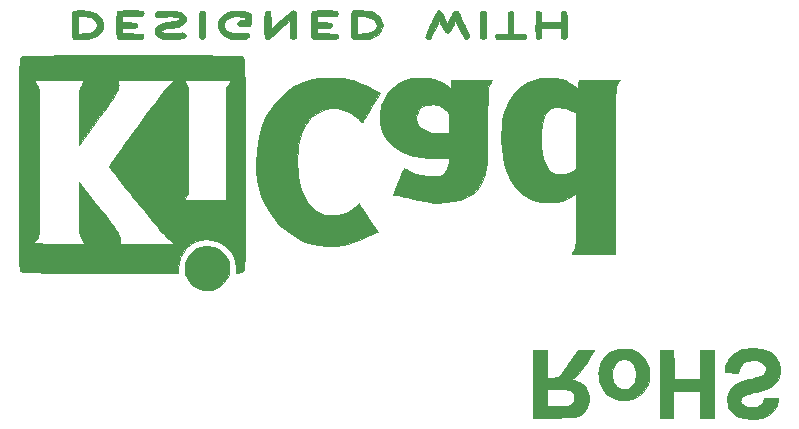
<source format=gbr>
G04 #@! TF.GenerationSoftware,KiCad,Pcbnew,5.1.4-e60b266~84~ubuntu18.04.1*
G04 #@! TF.CreationDate,2019-09-15T11:54:57+02:00*
G04 #@! TF.ProjectId,PCB,5043422e-6b69-4636-9164-5f7063625858,rev?*
G04 #@! TF.SameCoordinates,Original*
G04 #@! TF.FileFunction,Legend,Bot*
G04 #@! TF.FilePolarity,Positive*
%FSLAX46Y46*%
G04 Gerber Fmt 4.6, Leading zero omitted, Abs format (unit mm)*
G04 Created by KiCad (PCBNEW 5.1.4-e60b266~84~ubuntu18.04.1) date 2019-09-15 11:54:57*
%MOMM*%
%LPD*%
G04 APERTURE LIST*
%ADD10C,0.010000*%
G04 APERTURE END LIST*
D10*
G36*
X159300429Y-62286447D02*
G01*
X159432037Y-62285109D01*
X159817667Y-62275805D01*
X160140631Y-62248166D01*
X160411936Y-62199227D01*
X160642590Y-62126025D01*
X160843600Y-62025593D01*
X161025973Y-61894967D01*
X161091112Y-61838225D01*
X161199166Y-61705456D01*
X161296600Y-61525291D01*
X161371696Y-61325588D01*
X161412736Y-61134203D01*
X161417000Y-61063481D01*
X161390278Y-60867435D01*
X161318669Y-60653291D01*
X161215003Y-60450597D01*
X161092113Y-60288901D01*
X161072152Y-60269392D01*
X160903072Y-60132263D01*
X160717917Y-60025218D01*
X160506013Y-59945450D01*
X160256686Y-59890156D01*
X159959260Y-59856531D01*
X159603062Y-59841769D01*
X159439907Y-59840518D01*
X159232461Y-59841517D01*
X159086575Y-59845693D01*
X158988562Y-59854819D01*
X158924736Y-59870663D01*
X158881409Y-59894997D01*
X158858185Y-59915777D01*
X158836249Y-59941021D01*
X158819041Y-59973587D01*
X158805990Y-60022199D01*
X158796523Y-60095580D01*
X158790068Y-60202454D01*
X158786053Y-60351546D01*
X158783907Y-60551579D01*
X158783057Y-60811277D01*
X158782926Y-61063481D01*
X158782097Y-61399862D01*
X158782276Y-61668578D01*
X158785477Y-61797259D01*
X159272111Y-61797259D01*
X159272111Y-60329703D01*
X159582555Y-60329988D01*
X159769357Y-60335345D01*
X159965004Y-60349147D01*
X160128240Y-60368452D01*
X160133206Y-60369248D01*
X160397029Y-60433033D01*
X160601659Y-60532375D01*
X160757316Y-60673740D01*
X160856217Y-60826797D01*
X160917156Y-60996581D01*
X160912431Y-61156001D01*
X160841708Y-61326889D01*
X160703371Y-61503671D01*
X160511673Y-61634668D01*
X160262501Y-61722229D01*
X160095975Y-61753217D01*
X159906946Y-61774978D01*
X159706603Y-61790728D01*
X159536204Y-61797276D01*
X159526111Y-61797307D01*
X159272111Y-61797259D01*
X158785477Y-61797259D01*
X158787466Y-61877162D01*
X158801673Y-62033149D01*
X158828900Y-62144073D01*
X158873148Y-62217468D01*
X158938422Y-62260869D01*
X159028724Y-62281810D01*
X159148059Y-62287824D01*
X159300429Y-62286447D01*
X159300429Y-62286447D01*
G37*
X159300429Y-62286447D02*
X159432037Y-62285109D01*
X159817667Y-62275805D01*
X160140631Y-62248166D01*
X160411936Y-62199227D01*
X160642590Y-62126025D01*
X160843600Y-62025593D01*
X161025973Y-61894967D01*
X161091112Y-61838225D01*
X161199166Y-61705456D01*
X161296600Y-61525291D01*
X161371696Y-61325588D01*
X161412736Y-61134203D01*
X161417000Y-61063481D01*
X161390278Y-60867435D01*
X161318669Y-60653291D01*
X161215003Y-60450597D01*
X161092113Y-60288901D01*
X161072152Y-60269392D01*
X160903072Y-60132263D01*
X160717917Y-60025218D01*
X160506013Y-59945450D01*
X160256686Y-59890156D01*
X159959260Y-59856531D01*
X159603062Y-59841769D01*
X159439907Y-59840518D01*
X159232461Y-59841517D01*
X159086575Y-59845693D01*
X158988562Y-59854819D01*
X158924736Y-59870663D01*
X158881409Y-59894997D01*
X158858185Y-59915777D01*
X158836249Y-59941021D01*
X158819041Y-59973587D01*
X158805990Y-60022199D01*
X158796523Y-60095580D01*
X158790068Y-60202454D01*
X158786053Y-60351546D01*
X158783907Y-60551579D01*
X158783057Y-60811277D01*
X158782926Y-61063481D01*
X158782097Y-61399862D01*
X158782276Y-61668578D01*
X158785477Y-61797259D01*
X159272111Y-61797259D01*
X159272111Y-60329703D01*
X159582555Y-60329988D01*
X159769357Y-60335345D01*
X159965004Y-60349147D01*
X160128240Y-60368452D01*
X160133206Y-60369248D01*
X160397029Y-60433033D01*
X160601659Y-60532375D01*
X160757316Y-60673740D01*
X160856217Y-60826797D01*
X160917156Y-60996581D01*
X160912431Y-61156001D01*
X160841708Y-61326889D01*
X160703371Y-61503671D01*
X160511673Y-61634668D01*
X160262501Y-61722229D01*
X160095975Y-61753217D01*
X159906946Y-61774978D01*
X159706603Y-61790728D01*
X159536204Y-61797276D01*
X159526111Y-61797307D01*
X159272111Y-61797259D01*
X158785477Y-61797259D01*
X158787466Y-61877162D01*
X158801673Y-62033149D01*
X158828900Y-62144073D01*
X158873148Y-62217468D01*
X158938422Y-62260869D01*
X159028724Y-62281810D01*
X159148059Y-62287824D01*
X159300429Y-62286447D01*
G36*
X163995686Y-62286179D02*
G01*
X164227048Y-62284938D01*
X164401679Y-62282051D01*
X164528843Y-62276847D01*
X164617803Y-62268656D01*
X164677824Y-62256809D01*
X164718169Y-62240634D01*
X164748102Y-62219463D01*
X164758941Y-62209719D01*
X164824858Y-62106192D01*
X164836728Y-61987238D01*
X164793365Y-61881633D01*
X164773314Y-61860290D01*
X164740883Y-61839596D01*
X164688665Y-61823632D01*
X164606975Y-61811621D01*
X164486131Y-61802785D01*
X164316449Y-61796349D01*
X164088246Y-61791536D01*
X163879611Y-61788606D01*
X163053888Y-61778444D01*
X163042603Y-61562074D01*
X163031318Y-61345703D01*
X163591808Y-61345703D01*
X163835138Y-61343604D01*
X164013278Y-61334823D01*
X164136242Y-61315636D01*
X164214041Y-61282319D01*
X164256687Y-61231146D01*
X164274193Y-61158395D01*
X164276851Y-61090874D01*
X164268589Y-61008026D01*
X164237410Y-60946979D01*
X164173724Y-60904543D01*
X164067941Y-60877529D01*
X163910471Y-60862745D01*
X163691724Y-60857003D01*
X163572330Y-60856518D01*
X163035074Y-60856518D01*
X163035074Y-60329703D01*
X163862926Y-60329703D01*
X164134290Y-60329325D01*
X164340528Y-60327628D01*
X164491772Y-60323767D01*
X164598154Y-60316899D01*
X164669804Y-60306178D01*
X164716856Y-60290761D01*
X164749441Y-60269804D01*
X164766037Y-60254444D01*
X164822967Y-60164798D01*
X164841296Y-60085111D01*
X164815124Y-59987775D01*
X164766037Y-59915777D01*
X164739848Y-59893112D01*
X164706041Y-59875512D01*
X164655521Y-59862340D01*
X164579196Y-59852957D01*
X164467971Y-59846726D01*
X164312752Y-59843008D01*
X164104444Y-59841164D01*
X163833955Y-59840558D01*
X163693592Y-59840518D01*
X163393008Y-59840784D01*
X163158588Y-59842007D01*
X162981238Y-59844826D01*
X162851866Y-59849878D01*
X162761376Y-59857802D01*
X162700675Y-59869236D01*
X162660668Y-59884818D01*
X162632262Y-59905187D01*
X162621148Y-59915777D01*
X162599151Y-59941100D01*
X162581910Y-59973768D01*
X162568848Y-60022537D01*
X162559387Y-60096160D01*
X162552950Y-60203393D01*
X162548960Y-60352989D01*
X162546839Y-60553704D01*
X162546010Y-60814290D01*
X162545888Y-61056922D01*
X162546001Y-61367643D01*
X162546782Y-61611897D01*
X162548900Y-61798473D01*
X162553022Y-61936164D01*
X162559814Y-62033760D01*
X162569944Y-62100053D01*
X162584079Y-62143834D01*
X162602885Y-62173893D01*
X162627031Y-62199022D01*
X162632980Y-62204625D01*
X162661849Y-62229428D01*
X162695393Y-62248635D01*
X162742917Y-62262961D01*
X162813724Y-62273121D01*
X162917121Y-62279829D01*
X163062410Y-62283801D01*
X163258897Y-62285749D01*
X163515886Y-62286390D01*
X163698329Y-62286444D01*
X163995686Y-62286179D01*
X163995686Y-62286179D01*
G37*
X163995686Y-62286179D02*
X164227048Y-62284938D01*
X164401679Y-62282051D01*
X164528843Y-62276847D01*
X164617803Y-62268656D01*
X164677824Y-62256809D01*
X164718169Y-62240634D01*
X164748102Y-62219463D01*
X164758941Y-62209719D01*
X164824858Y-62106192D01*
X164836728Y-61987238D01*
X164793365Y-61881633D01*
X164773314Y-61860290D01*
X164740883Y-61839596D01*
X164688665Y-61823632D01*
X164606975Y-61811621D01*
X164486131Y-61802785D01*
X164316449Y-61796349D01*
X164088246Y-61791536D01*
X163879611Y-61788606D01*
X163053888Y-61778444D01*
X163042603Y-61562074D01*
X163031318Y-61345703D01*
X163591808Y-61345703D01*
X163835138Y-61343604D01*
X164013278Y-61334823D01*
X164136242Y-61315636D01*
X164214041Y-61282319D01*
X164256687Y-61231146D01*
X164274193Y-61158395D01*
X164276851Y-61090874D01*
X164268589Y-61008026D01*
X164237410Y-60946979D01*
X164173724Y-60904543D01*
X164067941Y-60877529D01*
X163910471Y-60862745D01*
X163691724Y-60857003D01*
X163572330Y-60856518D01*
X163035074Y-60856518D01*
X163035074Y-60329703D01*
X163862926Y-60329703D01*
X164134290Y-60329325D01*
X164340528Y-60327628D01*
X164491772Y-60323767D01*
X164598154Y-60316899D01*
X164669804Y-60306178D01*
X164716856Y-60290761D01*
X164749441Y-60269804D01*
X164766037Y-60254444D01*
X164822967Y-60164798D01*
X164841296Y-60085111D01*
X164815124Y-59987775D01*
X164766037Y-59915777D01*
X164739848Y-59893112D01*
X164706041Y-59875512D01*
X164655521Y-59862340D01*
X164579196Y-59852957D01*
X164467971Y-59846726D01*
X164312752Y-59843008D01*
X164104444Y-59841164D01*
X163833955Y-59840558D01*
X163693592Y-59840518D01*
X163393008Y-59840784D01*
X163158588Y-59842007D01*
X162981238Y-59844826D01*
X162851866Y-59849878D01*
X162761376Y-59857802D01*
X162700675Y-59869236D01*
X162660668Y-59884818D01*
X162632262Y-59905187D01*
X162621148Y-59915777D01*
X162599151Y-59941100D01*
X162581910Y-59973768D01*
X162568848Y-60022537D01*
X162559387Y-60096160D01*
X162552950Y-60203393D01*
X162548960Y-60352989D01*
X162546839Y-60553704D01*
X162546010Y-60814290D01*
X162545888Y-61056922D01*
X162546001Y-61367643D01*
X162546782Y-61611897D01*
X162548900Y-61798473D01*
X162553022Y-61936164D01*
X162559814Y-62033760D01*
X162569944Y-62100053D01*
X162584079Y-62143834D01*
X162602885Y-62173893D01*
X162627031Y-62199022D01*
X162632980Y-62204625D01*
X162661849Y-62229428D01*
X162695393Y-62248635D01*
X162742917Y-62262961D01*
X162813724Y-62273121D01*
X162917121Y-62279829D01*
X163062410Y-62283801D01*
X163258897Y-62285749D01*
X163515886Y-62286390D01*
X163698329Y-62286444D01*
X163995686Y-62286179D01*
G36*
X167399325Y-62282163D02*
G01*
X167648708Y-62264729D01*
X167880647Y-62237499D01*
X168081661Y-62201500D01*
X168238266Y-62157756D01*
X168336981Y-62107291D01*
X168352133Y-62092437D01*
X168404822Y-61977166D01*
X168388845Y-61858828D01*
X168307121Y-61757582D01*
X168303222Y-61754681D01*
X168255153Y-61723485D01*
X168204974Y-61707081D01*
X168134983Y-61705089D01*
X168027477Y-61717128D01*
X167864756Y-61742818D01*
X167851666Y-61744982D01*
X167609204Y-61774769D01*
X167347610Y-61789462D01*
X167085244Y-61789605D01*
X166840464Y-61775737D01*
X166631630Y-61748402D01*
X166477100Y-61708142D01*
X166466946Y-61704096D01*
X166354840Y-61641284D01*
X166315453Y-61577718D01*
X166346287Y-61515202D01*
X166444845Y-61455542D01*
X166608630Y-61400544D01*
X166835145Y-61352014D01*
X166986185Y-61328648D01*
X167300148Y-61283704D01*
X167549855Y-61242619D01*
X167745944Y-61201835D01*
X167899052Y-61157796D01*
X168019816Y-61106942D01*
X168118873Y-61045718D01*
X168206860Y-60970565D01*
X168277566Y-60896764D01*
X168361450Y-60793936D01*
X168402732Y-60705517D01*
X168415642Y-60596578D01*
X168416111Y-60556682D01*
X168406414Y-60424294D01*
X168367661Y-60325802D01*
X168300590Y-60238381D01*
X168164280Y-60104748D01*
X168012278Y-60002836D01*
X167833292Y-59929323D01*
X167616026Y-59880884D01*
X167349186Y-59854197D01*
X167021478Y-59845938D01*
X166967370Y-59846078D01*
X166748838Y-59850608D01*
X166532115Y-59860901D01*
X166340826Y-59875479D01*
X166198595Y-59892867D01*
X166187092Y-59894864D01*
X166045680Y-59928362D01*
X165925735Y-59970679D01*
X165857833Y-60009365D01*
X165794643Y-60111428D01*
X165790244Y-60230274D01*
X165844717Y-60336187D01*
X165856905Y-60348164D01*
X165907282Y-60383747D01*
X165970285Y-60399079D01*
X166067793Y-60396470D01*
X166186164Y-60382909D01*
X166318433Y-60370794D01*
X166503851Y-60360573D01*
X166720313Y-60353156D01*
X166945717Y-60349453D01*
X167005000Y-60349208D01*
X167231242Y-60350121D01*
X167396819Y-60354513D01*
X167516300Y-60363909D01*
X167604254Y-60379833D01*
X167675249Y-60403809D01*
X167717913Y-60423777D01*
X167811666Y-60479224D01*
X167871440Y-60529440D01*
X167880176Y-60543675D01*
X167861746Y-60602456D01*
X167774133Y-60659360D01*
X167623408Y-60711805D01*
X167415642Y-60757207D01*
X167354429Y-60767321D01*
X167034700Y-60817539D01*
X166779529Y-60859514D01*
X166579068Y-60896295D01*
X166423467Y-60930934D01*
X166302878Y-60966480D01*
X166207452Y-61005984D01*
X166127339Y-61052495D01*
X166052692Y-61109063D01*
X165973661Y-61178740D01*
X165947067Y-61203169D01*
X165853825Y-61294337D01*
X165804468Y-61366570D01*
X165785159Y-61449227D01*
X165782037Y-61553390D01*
X165816416Y-61757650D01*
X165919161Y-61931199D01*
X166089683Y-62073474D01*
X166327391Y-62183916D01*
X166497000Y-62233453D01*
X166681335Y-62265447D01*
X166902156Y-62283547D01*
X167145980Y-62288777D01*
X167399325Y-62282163D01*
X167399325Y-62282163D01*
G37*
X167399325Y-62282163D02*
X167648708Y-62264729D01*
X167880647Y-62237499D01*
X168081661Y-62201500D01*
X168238266Y-62157756D01*
X168336981Y-62107291D01*
X168352133Y-62092437D01*
X168404822Y-61977166D01*
X168388845Y-61858828D01*
X168307121Y-61757582D01*
X168303222Y-61754681D01*
X168255153Y-61723485D01*
X168204974Y-61707081D01*
X168134983Y-61705089D01*
X168027477Y-61717128D01*
X167864756Y-61742818D01*
X167851666Y-61744982D01*
X167609204Y-61774769D01*
X167347610Y-61789462D01*
X167085244Y-61789605D01*
X166840464Y-61775737D01*
X166631630Y-61748402D01*
X166477100Y-61708142D01*
X166466946Y-61704096D01*
X166354840Y-61641284D01*
X166315453Y-61577718D01*
X166346287Y-61515202D01*
X166444845Y-61455542D01*
X166608630Y-61400544D01*
X166835145Y-61352014D01*
X166986185Y-61328648D01*
X167300148Y-61283704D01*
X167549855Y-61242619D01*
X167745944Y-61201835D01*
X167899052Y-61157796D01*
X168019816Y-61106942D01*
X168118873Y-61045718D01*
X168206860Y-60970565D01*
X168277566Y-60896764D01*
X168361450Y-60793936D01*
X168402732Y-60705517D01*
X168415642Y-60596578D01*
X168416111Y-60556682D01*
X168406414Y-60424294D01*
X168367661Y-60325802D01*
X168300590Y-60238381D01*
X168164280Y-60104748D01*
X168012278Y-60002836D01*
X167833292Y-59929323D01*
X167616026Y-59880884D01*
X167349186Y-59854197D01*
X167021478Y-59845938D01*
X166967370Y-59846078D01*
X166748838Y-59850608D01*
X166532115Y-59860901D01*
X166340826Y-59875479D01*
X166198595Y-59892867D01*
X166187092Y-59894864D01*
X166045680Y-59928362D01*
X165925735Y-59970679D01*
X165857833Y-60009365D01*
X165794643Y-60111428D01*
X165790244Y-60230274D01*
X165844717Y-60336187D01*
X165856905Y-60348164D01*
X165907282Y-60383747D01*
X165970285Y-60399079D01*
X166067793Y-60396470D01*
X166186164Y-60382909D01*
X166318433Y-60370794D01*
X166503851Y-60360573D01*
X166720313Y-60353156D01*
X166945717Y-60349453D01*
X167005000Y-60349208D01*
X167231242Y-60350121D01*
X167396819Y-60354513D01*
X167516300Y-60363909D01*
X167604254Y-60379833D01*
X167675249Y-60403809D01*
X167717913Y-60423777D01*
X167811666Y-60479224D01*
X167871440Y-60529440D01*
X167880176Y-60543675D01*
X167861746Y-60602456D01*
X167774133Y-60659360D01*
X167623408Y-60711805D01*
X167415642Y-60757207D01*
X167354429Y-60767321D01*
X167034700Y-60817539D01*
X166779529Y-60859514D01*
X166579068Y-60896295D01*
X166423467Y-60930934D01*
X166302878Y-60966480D01*
X166207452Y-61005984D01*
X166127339Y-61052495D01*
X166052692Y-61109063D01*
X165973661Y-61178740D01*
X165947067Y-61203169D01*
X165853825Y-61294337D01*
X165804468Y-61366570D01*
X165785159Y-61449227D01*
X165782037Y-61553390D01*
X165816416Y-61757650D01*
X165919161Y-61931199D01*
X166089683Y-62073474D01*
X166327391Y-62183916D01*
X166497000Y-62233453D01*
X166681335Y-62265447D01*
X166902156Y-62283547D01*
X167145980Y-62288777D01*
X167399325Y-62282163D01*
G36*
X169958926Y-62211185D02*
G01*
X169980862Y-62185941D01*
X169998069Y-62153375D01*
X170011121Y-62104763D01*
X170020588Y-62031382D01*
X170027042Y-61924508D01*
X170031057Y-61775416D01*
X170033203Y-61575383D01*
X170034053Y-61315685D01*
X170034185Y-61063481D01*
X170033953Y-60750658D01*
X170032875Y-60504370D01*
X170030379Y-60315894D01*
X170025894Y-60176504D01*
X170018847Y-60077477D01*
X170008666Y-60010090D01*
X169994780Y-59965619D01*
X169976615Y-59935339D01*
X169958926Y-59915777D01*
X169848914Y-59850176D01*
X169731696Y-59856063D01*
X169626818Y-59927610D01*
X169602721Y-59955544D01*
X169583888Y-59987953D01*
X169569672Y-60033797D01*
X169559423Y-60102035D01*
X169552493Y-60201626D01*
X169548234Y-60341529D01*
X169545998Y-60530704D01*
X169545136Y-60778109D01*
X169545000Y-61058209D01*
X169545000Y-62101717D01*
X169637363Y-62194080D01*
X169751212Y-62271789D01*
X169861647Y-62274589D01*
X169958926Y-62211185D01*
X169958926Y-62211185D01*
G37*
X169958926Y-62211185D02*
X169980862Y-62185941D01*
X169998069Y-62153375D01*
X170011121Y-62104763D01*
X170020588Y-62031382D01*
X170027042Y-61924508D01*
X170031057Y-61775416D01*
X170033203Y-61575383D01*
X170034053Y-61315685D01*
X170034185Y-61063481D01*
X170033953Y-60750658D01*
X170032875Y-60504370D01*
X170030379Y-60315894D01*
X170025894Y-60176504D01*
X170018847Y-60077477D01*
X170008666Y-60010090D01*
X169994780Y-59965619D01*
X169976615Y-59935339D01*
X169958926Y-59915777D01*
X169848914Y-59850176D01*
X169731696Y-59856063D01*
X169626818Y-59927610D01*
X169602721Y-59955544D01*
X169583888Y-59987953D01*
X169569672Y-60033797D01*
X169559423Y-60102035D01*
X169552493Y-60201626D01*
X169548234Y-60341529D01*
X169545998Y-60530704D01*
X169545136Y-60778109D01*
X169545000Y-61058209D01*
X169545000Y-62101717D01*
X169637363Y-62194080D01*
X169751212Y-62271789D01*
X169861647Y-62274589D01*
X169958926Y-62211185D01*
G36*
X173204729Y-62268004D02*
G01*
X173433118Y-62229682D01*
X173608525Y-62170110D01*
X173722640Y-62091671D01*
X173753736Y-62046921D01*
X173785358Y-61942840D01*
X173764078Y-61848683D01*
X173696899Y-61759393D01*
X173592516Y-61717622D01*
X173441058Y-61721014D01*
X173323913Y-61743646D01*
X173063604Y-61786763D01*
X172797580Y-61790861D01*
X172499818Y-61755863D01*
X172417569Y-61741034D01*
X172140696Y-61662972D01*
X171924092Y-61546851D01*
X171770129Y-61394653D01*
X171681185Y-61208354D01*
X171662789Y-61112038D01*
X171674831Y-60916625D01*
X171752569Y-60743736D01*
X171888922Y-60596739D01*
X172076805Y-60479005D01*
X172309135Y-60393903D01*
X172578827Y-60344802D01*
X172878799Y-60335072D01*
X173201967Y-60368084D01*
X173220214Y-60371196D01*
X173348752Y-60395137D01*
X173420021Y-60418262D01*
X173450912Y-60452575D01*
X173458314Y-60510078D01*
X173458481Y-60540529D01*
X173458481Y-60668370D01*
X173230229Y-60668370D01*
X173028668Y-60682178D01*
X172891117Y-60726178D01*
X172811085Y-60804235D01*
X172782078Y-60920214D01*
X172781724Y-60935353D01*
X172798695Y-61034485D01*
X172856892Y-61105271D01*
X172965204Y-61152115D01*
X173132524Y-61179423D01*
X173294592Y-61189463D01*
X173530147Y-61195223D01*
X173701007Y-61186434D01*
X173817537Y-61153999D01*
X173890102Y-61088823D01*
X173929067Y-60981813D01*
X173944800Y-60823872D01*
X173947666Y-60616430D01*
X173942970Y-60384882D01*
X173928840Y-60227380D01*
X173905215Y-60143294D01*
X173900629Y-60136707D01*
X173770908Y-60031639D01*
X173580714Y-59948432D01*
X173342105Y-59888865D01*
X173067139Y-59854715D01*
X172767872Y-59847758D01*
X172456362Y-59869772D01*
X172273148Y-59896814D01*
X171985780Y-59978152D01*
X171718695Y-60111127D01*
X171495077Y-60283709D01*
X171461089Y-60318203D01*
X171350661Y-60463217D01*
X171251021Y-60642940D01*
X171173812Y-60831361D01*
X171130672Y-61002469D01*
X171125474Y-61068187D01*
X171147608Y-61205269D01*
X171206439Y-61375826D01*
X171290679Y-61555353D01*
X171389038Y-61719349D01*
X171475938Y-61828888D01*
X171679119Y-61991827D01*
X171941770Y-62121515D01*
X172254478Y-62215019D01*
X172607832Y-62269404D01*
X172931666Y-62282693D01*
X173204729Y-62268004D01*
X173204729Y-62268004D01*
G37*
X173204729Y-62268004D02*
X173433118Y-62229682D01*
X173608525Y-62170110D01*
X173722640Y-62091671D01*
X173753736Y-62046921D01*
X173785358Y-61942840D01*
X173764078Y-61848683D01*
X173696899Y-61759393D01*
X173592516Y-61717622D01*
X173441058Y-61721014D01*
X173323913Y-61743646D01*
X173063604Y-61786763D01*
X172797580Y-61790861D01*
X172499818Y-61755863D01*
X172417569Y-61741034D01*
X172140696Y-61662972D01*
X171924092Y-61546851D01*
X171770129Y-61394653D01*
X171681185Y-61208354D01*
X171662789Y-61112038D01*
X171674831Y-60916625D01*
X171752569Y-60743736D01*
X171888922Y-60596739D01*
X172076805Y-60479005D01*
X172309135Y-60393903D01*
X172578827Y-60344802D01*
X172878799Y-60335072D01*
X173201967Y-60368084D01*
X173220214Y-60371196D01*
X173348752Y-60395137D01*
X173420021Y-60418262D01*
X173450912Y-60452575D01*
X173458314Y-60510078D01*
X173458481Y-60540529D01*
X173458481Y-60668370D01*
X173230229Y-60668370D01*
X173028668Y-60682178D01*
X172891117Y-60726178D01*
X172811085Y-60804235D01*
X172782078Y-60920214D01*
X172781724Y-60935353D01*
X172798695Y-61034485D01*
X172856892Y-61105271D01*
X172965204Y-61152115D01*
X173132524Y-61179423D01*
X173294592Y-61189463D01*
X173530147Y-61195223D01*
X173701007Y-61186434D01*
X173817537Y-61153999D01*
X173890102Y-61088823D01*
X173929067Y-60981813D01*
X173944800Y-60823872D01*
X173947666Y-60616430D01*
X173942970Y-60384882D01*
X173928840Y-60227380D01*
X173905215Y-60143294D01*
X173900629Y-60136707D01*
X173770908Y-60031639D01*
X173580714Y-59948432D01*
X173342105Y-59888865D01*
X173067139Y-59854715D01*
X172767872Y-59847758D01*
X172456362Y-59869772D01*
X172273148Y-59896814D01*
X171985780Y-59978152D01*
X171718695Y-60111127D01*
X171495077Y-60283709D01*
X171461089Y-60318203D01*
X171350661Y-60463217D01*
X171251021Y-60642940D01*
X171173812Y-60831361D01*
X171130672Y-61002469D01*
X171125474Y-61068187D01*
X171147608Y-61205269D01*
X171206439Y-61375826D01*
X171290679Y-61555353D01*
X171389038Y-61719349D01*
X171475938Y-61828888D01*
X171679119Y-61991827D01*
X171941770Y-62121515D01*
X172254478Y-62215019D01*
X172607832Y-62269404D01*
X172931666Y-62282693D01*
X173204729Y-62268004D01*
G36*
X175371287Y-62271839D02*
G01*
X175449841Y-62225758D01*
X175552551Y-62150398D01*
X175684741Y-62042208D01*
X175851735Y-61897639D01*
X176058857Y-61713141D01*
X176311429Y-61485164D01*
X176600555Y-61223053D01*
X177202629Y-60677072D01*
X177221444Y-61409904D01*
X177228237Y-61662162D01*
X177234791Y-61850019D01*
X177242555Y-61984313D01*
X177252981Y-62075884D01*
X177267517Y-62135569D01*
X177287614Y-62174209D01*
X177314722Y-62202641D01*
X177329094Y-62214590D01*
X177444196Y-62277765D01*
X177553725Y-62268529D01*
X177640609Y-62214557D01*
X177729444Y-62142671D01*
X177740493Y-61092830D01*
X177743551Y-60784071D01*
X177745107Y-60541520D01*
X177744623Y-60356131D01*
X177741559Y-60218859D01*
X177735376Y-60120658D01*
X177725536Y-60052483D01*
X177711499Y-60005290D01*
X177692727Y-59970031D01*
X177671910Y-59941753D01*
X177626869Y-59889309D01*
X177582056Y-59854546D01*
X177531253Y-59841202D01*
X177468246Y-59853020D01*
X177386819Y-59893738D01*
X177280756Y-59967097D01*
X177143841Y-60076836D01*
X176969859Y-60226696D01*
X176752595Y-60420416D01*
X176506481Y-60643004D01*
X175622185Y-61445139D01*
X175603370Y-60714703D01*
X175596565Y-60462905D01*
X175589995Y-60275486D01*
X175582202Y-60141587D01*
X175571730Y-60050347D01*
X175557122Y-59990905D01*
X175536919Y-59952402D01*
X175509666Y-59923977D01*
X175495720Y-59912393D01*
X175372450Y-59848758D01*
X175255975Y-59858357D01*
X175154546Y-59939667D01*
X175131343Y-59972379D01*
X175113258Y-60010581D01*
X175099657Y-60063441D01*
X175089903Y-60140122D01*
X175083359Y-60249792D01*
X175079390Y-60401614D01*
X175077359Y-60604755D01*
X175076631Y-60868380D01*
X175076555Y-61063481D01*
X175076800Y-61368642D01*
X175077958Y-61607709D01*
X175080665Y-61789849D01*
X175085557Y-61924227D01*
X175093272Y-62020008D01*
X175104443Y-62086357D01*
X175119708Y-62132441D01*
X175139703Y-62167425D01*
X175154546Y-62187295D01*
X175192169Y-62234364D01*
X175227331Y-62269903D01*
X175265356Y-62290361D01*
X175311567Y-62292190D01*
X175371287Y-62271839D01*
X175371287Y-62271839D01*
G37*
X175371287Y-62271839D02*
X175449841Y-62225758D01*
X175552551Y-62150398D01*
X175684741Y-62042208D01*
X175851735Y-61897639D01*
X176058857Y-61713141D01*
X176311429Y-61485164D01*
X176600555Y-61223053D01*
X177202629Y-60677072D01*
X177221444Y-61409904D01*
X177228237Y-61662162D01*
X177234791Y-61850019D01*
X177242555Y-61984313D01*
X177252981Y-62075884D01*
X177267517Y-62135569D01*
X177287614Y-62174209D01*
X177314722Y-62202641D01*
X177329094Y-62214590D01*
X177444196Y-62277765D01*
X177553725Y-62268529D01*
X177640609Y-62214557D01*
X177729444Y-62142671D01*
X177740493Y-61092830D01*
X177743551Y-60784071D01*
X177745107Y-60541520D01*
X177744623Y-60356131D01*
X177741559Y-60218859D01*
X177735376Y-60120658D01*
X177725536Y-60052483D01*
X177711499Y-60005290D01*
X177692727Y-59970031D01*
X177671910Y-59941753D01*
X177626869Y-59889309D01*
X177582056Y-59854546D01*
X177531253Y-59841202D01*
X177468246Y-59853020D01*
X177386819Y-59893738D01*
X177280756Y-59967097D01*
X177143841Y-60076836D01*
X176969859Y-60226696D01*
X176752595Y-60420416D01*
X176506481Y-60643004D01*
X175622185Y-61445139D01*
X175603370Y-60714703D01*
X175596565Y-60462905D01*
X175589995Y-60275486D01*
X175582202Y-60141587D01*
X175571730Y-60050347D01*
X175557122Y-59990905D01*
X175536919Y-59952402D01*
X175509666Y-59923977D01*
X175495720Y-59912393D01*
X175372450Y-59848758D01*
X175255975Y-59858357D01*
X175154546Y-59939667D01*
X175131343Y-59972379D01*
X175113258Y-60010581D01*
X175099657Y-60063441D01*
X175089903Y-60140122D01*
X175083359Y-60249792D01*
X175079390Y-60401614D01*
X175077359Y-60604755D01*
X175076631Y-60868380D01*
X175076555Y-61063481D01*
X175076800Y-61368642D01*
X175077958Y-61607709D01*
X175080665Y-61789849D01*
X175085557Y-61924227D01*
X175093272Y-62020008D01*
X175104443Y-62086357D01*
X175119708Y-62132441D01*
X175139703Y-62167425D01*
X175154546Y-62187295D01*
X175192169Y-62234364D01*
X175227331Y-62269903D01*
X175265356Y-62290361D01*
X175311567Y-62292190D01*
X175371287Y-62271839D01*
G36*
X180472809Y-62285801D02*
G01*
X180727338Y-62282754D01*
X180922389Y-62275629D01*
X181065851Y-62262751D01*
X181165611Y-62242445D01*
X181229560Y-62213035D01*
X181265586Y-62172846D01*
X181281578Y-62120205D01*
X181285424Y-62053435D01*
X181285444Y-62045550D01*
X181282105Y-61970026D01*
X181266321Y-61911658D01*
X181229445Y-61868086D01*
X181162827Y-61836957D01*
X181057820Y-61815911D01*
X180905775Y-61802593D01*
X180698044Y-61794646D01*
X180425979Y-61789714D01*
X180342591Y-61788621D01*
X179535666Y-61778444D01*
X179524381Y-61562074D01*
X179513096Y-61345703D01*
X180073586Y-61345703D01*
X180292555Y-61344896D01*
X180448907Y-61341479D01*
X180555278Y-61333964D01*
X180624302Y-61320859D01*
X180668615Y-61300674D01*
X180700850Y-61271919D01*
X180701056Y-61271691D01*
X180759520Y-61159627D01*
X180757407Y-61038506D01*
X180696048Y-60935256D01*
X180683905Y-60924644D01*
X180640805Y-60897292D01*
X180581746Y-60878264D01*
X180493567Y-60866126D01*
X180363108Y-60859444D01*
X180177208Y-60856786D01*
X180058312Y-60856518D01*
X179516851Y-60856518D01*
X179516851Y-60329703D01*
X180338871Y-60329703D01*
X180610268Y-60329229D01*
X180816367Y-60327288D01*
X180967123Y-60323107D01*
X181072494Y-60315909D01*
X181142438Y-60304922D01*
X181186910Y-60289369D01*
X181215869Y-60268476D01*
X181223167Y-60260889D01*
X181277049Y-60155734D01*
X181280990Y-60036105D01*
X181236787Y-59932384D01*
X181201812Y-59899096D01*
X181165430Y-59880771D01*
X181109056Y-59866594D01*
X181023776Y-59856067D01*
X180900670Y-59848695D01*
X180730821Y-59843980D01*
X180505314Y-59841427D01*
X180215230Y-59840540D01*
X180149648Y-59840518D01*
X179854703Y-59840711D01*
X179625757Y-59841776D01*
X179453548Y-59844444D01*
X179328816Y-59849443D01*
X179242301Y-59857503D01*
X179184740Y-59869354D01*
X179146874Y-59885726D01*
X179119442Y-59907348D01*
X179104391Y-59922873D01*
X179081738Y-59950371D01*
X179064040Y-59984436D01*
X179050687Y-60033999D01*
X179041071Y-60107994D01*
X179034580Y-60215355D01*
X179030605Y-60365015D01*
X179028536Y-60565907D01*
X179027763Y-60826964D01*
X179027666Y-61046687D01*
X179027903Y-61354572D01*
X179029027Y-61596276D01*
X179031659Y-61780876D01*
X179036419Y-61917449D01*
X179043929Y-62015072D01*
X179054809Y-62082822D01*
X179069679Y-62129778D01*
X179089161Y-62165016D01*
X179105657Y-62187295D01*
X179183647Y-62286444D01*
X180150913Y-62286444D01*
X180472809Y-62285801D01*
X180472809Y-62285801D01*
G37*
X180472809Y-62285801D02*
X180727338Y-62282754D01*
X180922389Y-62275629D01*
X181065851Y-62262751D01*
X181165611Y-62242445D01*
X181229560Y-62213035D01*
X181265586Y-62172846D01*
X181281578Y-62120205D01*
X181285424Y-62053435D01*
X181285444Y-62045550D01*
X181282105Y-61970026D01*
X181266321Y-61911658D01*
X181229445Y-61868086D01*
X181162827Y-61836957D01*
X181057820Y-61815911D01*
X180905775Y-61802593D01*
X180698044Y-61794646D01*
X180425979Y-61789714D01*
X180342591Y-61788621D01*
X179535666Y-61778444D01*
X179524381Y-61562074D01*
X179513096Y-61345703D01*
X180073586Y-61345703D01*
X180292555Y-61344896D01*
X180448907Y-61341479D01*
X180555278Y-61333964D01*
X180624302Y-61320859D01*
X180668615Y-61300674D01*
X180700850Y-61271919D01*
X180701056Y-61271691D01*
X180759520Y-61159627D01*
X180757407Y-61038506D01*
X180696048Y-60935256D01*
X180683905Y-60924644D01*
X180640805Y-60897292D01*
X180581746Y-60878264D01*
X180493567Y-60866126D01*
X180363108Y-60859444D01*
X180177208Y-60856786D01*
X180058312Y-60856518D01*
X179516851Y-60856518D01*
X179516851Y-60329703D01*
X180338871Y-60329703D01*
X180610268Y-60329229D01*
X180816367Y-60327288D01*
X180967123Y-60323107D01*
X181072494Y-60315909D01*
X181142438Y-60304922D01*
X181186910Y-60289369D01*
X181215869Y-60268476D01*
X181223167Y-60260889D01*
X181277049Y-60155734D01*
X181280990Y-60036105D01*
X181236787Y-59932384D01*
X181201812Y-59899096D01*
X181165430Y-59880771D01*
X181109056Y-59866594D01*
X181023776Y-59856067D01*
X180900670Y-59848695D01*
X180730821Y-59843980D01*
X180505314Y-59841427D01*
X180215230Y-59840540D01*
X180149648Y-59840518D01*
X179854703Y-59840711D01*
X179625757Y-59841776D01*
X179453548Y-59844444D01*
X179328816Y-59849443D01*
X179242301Y-59857503D01*
X179184740Y-59869354D01*
X179146874Y-59885726D01*
X179119442Y-59907348D01*
X179104391Y-59922873D01*
X179081738Y-59950371D01*
X179064040Y-59984436D01*
X179050687Y-60033999D01*
X179041071Y-60107994D01*
X179034580Y-60215355D01*
X179030605Y-60365015D01*
X179028536Y-60565907D01*
X179027763Y-60826964D01*
X179027666Y-61046687D01*
X179027903Y-61354572D01*
X179029027Y-61596276D01*
X179031659Y-61780876D01*
X179036419Y-61917449D01*
X179043929Y-62015072D01*
X179054809Y-62082822D01*
X179069679Y-62129778D01*
X179089161Y-62165016D01*
X179105657Y-62187295D01*
X179183647Y-62286444D01*
X180150913Y-62286444D01*
X180472809Y-62285801D01*
G36*
X183099363Y-62285751D02*
G01*
X183529294Y-62271214D01*
X183894970Y-62227131D01*
X184202420Y-62150862D01*
X184457673Y-62039767D01*
X184666758Y-61891208D01*
X184835706Y-61702545D01*
X184970545Y-61471140D01*
X184973197Y-61465497D01*
X185053670Y-61258390D01*
X185082342Y-61074968D01*
X185059105Y-60890375D01*
X184983847Y-60679755D01*
X184969574Y-60647704D01*
X184872241Y-60460114D01*
X184762852Y-60315162D01*
X184621673Y-60191943D01*
X184428967Y-60069549D01*
X184417772Y-60063160D01*
X184250015Y-59982576D01*
X184060404Y-59922393D01*
X183836756Y-59880535D01*
X183566884Y-59854926D01*
X183238606Y-59843491D01*
X183122620Y-59842498D01*
X182570314Y-59840518D01*
X182492323Y-59939667D01*
X182469189Y-59972270D01*
X182451142Y-60010343D01*
X182437552Y-60063016D01*
X182427789Y-60139418D01*
X182421224Y-60248680D01*
X182419083Y-60329703D01*
X182941148Y-60329703D01*
X183254089Y-60329703D01*
X183437213Y-60335058D01*
X183625200Y-60349151D01*
X183779485Y-60369026D01*
X183788798Y-60370699D01*
X184062828Y-60444214D01*
X184275379Y-60554665D01*
X184433175Y-60707176D01*
X184542940Y-60906871D01*
X184562027Y-60959797D01*
X184580736Y-61042225D01*
X184572636Y-61123661D01*
X184533223Y-61232000D01*
X184509466Y-61285221D01*
X184431668Y-61426648D01*
X184337934Y-61525868D01*
X184234802Y-61594962D01*
X184028219Y-61684876D01*
X183763836Y-61750007D01*
X183455842Y-61787512D01*
X183232777Y-61795765D01*
X182941148Y-61797259D01*
X182941148Y-60329703D01*
X182419083Y-60329703D01*
X182417227Y-60399930D01*
X182415168Y-60602298D01*
X182414418Y-60864914D01*
X182414333Y-61070266D01*
X182414333Y-62101717D01*
X182506697Y-62194080D01*
X182547688Y-62231519D01*
X182592012Y-62257158D01*
X182653909Y-62273199D01*
X182747621Y-62281845D01*
X182887390Y-62285300D01*
X183087457Y-62285766D01*
X183099363Y-62285751D01*
X183099363Y-62285751D01*
G37*
X183099363Y-62285751D02*
X183529294Y-62271214D01*
X183894970Y-62227131D01*
X184202420Y-62150862D01*
X184457673Y-62039767D01*
X184666758Y-61891208D01*
X184835706Y-61702545D01*
X184970545Y-61471140D01*
X184973197Y-61465497D01*
X185053670Y-61258390D01*
X185082342Y-61074968D01*
X185059105Y-60890375D01*
X184983847Y-60679755D01*
X184969574Y-60647704D01*
X184872241Y-60460114D01*
X184762852Y-60315162D01*
X184621673Y-60191943D01*
X184428967Y-60069549D01*
X184417772Y-60063160D01*
X184250015Y-59982576D01*
X184060404Y-59922393D01*
X183836756Y-59880535D01*
X183566884Y-59854926D01*
X183238606Y-59843491D01*
X183122620Y-59842498D01*
X182570314Y-59840518D01*
X182492323Y-59939667D01*
X182469189Y-59972270D01*
X182451142Y-60010343D01*
X182437552Y-60063016D01*
X182427789Y-60139418D01*
X182421224Y-60248680D01*
X182419083Y-60329703D01*
X182941148Y-60329703D01*
X183254089Y-60329703D01*
X183437213Y-60335058D01*
X183625200Y-60349151D01*
X183779485Y-60369026D01*
X183788798Y-60370699D01*
X184062828Y-60444214D01*
X184275379Y-60554665D01*
X184433175Y-60707176D01*
X184542940Y-60906871D01*
X184562027Y-60959797D01*
X184580736Y-61042225D01*
X184572636Y-61123661D01*
X184533223Y-61232000D01*
X184509466Y-61285221D01*
X184431668Y-61426648D01*
X184337934Y-61525868D01*
X184234802Y-61594962D01*
X184028219Y-61684876D01*
X183763836Y-61750007D01*
X183455842Y-61787512D01*
X183232777Y-61795765D01*
X182941148Y-61797259D01*
X182941148Y-60329703D01*
X182419083Y-60329703D01*
X182417227Y-60399930D01*
X182415168Y-60602298D01*
X182414418Y-60864914D01*
X182414333Y-61070266D01*
X182414333Y-62101717D01*
X182506697Y-62194080D01*
X182547688Y-62231519D01*
X182592012Y-62257158D01*
X182653909Y-62273199D01*
X182747621Y-62281845D01*
X182887390Y-62285300D01*
X183087457Y-62285766D01*
X183099363Y-62285751D01*
G36*
X192187217Y-62279886D02*
G01*
X192252516Y-62256551D01*
X192255035Y-62255409D01*
X192343710Y-62187738D01*
X192392567Y-62118131D01*
X192402127Y-62085494D01*
X192401655Y-62042129D01*
X192388202Y-61980351D01*
X192358822Y-61892478D01*
X192310565Y-61770825D01*
X192240483Y-61607710D01*
X192145628Y-61395449D01*
X192023052Y-61126358D01*
X191955583Y-60979280D01*
X191833751Y-60716715D01*
X191719382Y-60475257D01*
X191616841Y-60263734D01*
X191530492Y-60090973D01*
X191464702Y-59965803D01*
X191423835Y-59897052D01*
X191415748Y-59887555D01*
X191312278Y-59845659D01*
X191195404Y-59851270D01*
X191101667Y-59902226D01*
X191097849Y-59906370D01*
X191060561Y-59962819D01*
X190998013Y-60072768D01*
X190917919Y-60222066D01*
X190827989Y-60396559D01*
X190795670Y-60460861D01*
X190551714Y-60949500D01*
X190285802Y-60418689D01*
X190190889Y-60235284D01*
X190102832Y-60076226D01*
X190028826Y-59953691D01*
X189976063Y-59879854D01*
X189958182Y-59864198D01*
X189819190Y-59842992D01*
X189704498Y-59887555D01*
X189670761Y-59935180D01*
X189612380Y-60041026D01*
X189534117Y-60194677D01*
X189440735Y-60385718D01*
X189336997Y-60603734D01*
X189227665Y-60838310D01*
X189117502Y-61079031D01*
X189011270Y-61315483D01*
X188913732Y-61537248D01*
X188829650Y-61733914D01*
X188763788Y-61895064D01*
X188720907Y-62010284D01*
X188705771Y-62069158D01*
X188705925Y-62071289D01*
X188742754Y-62145372D01*
X188816367Y-62220824D01*
X188820702Y-62224108D01*
X188911177Y-62275249D01*
X188994862Y-62274754D01*
X189026227Y-62265112D01*
X189064447Y-62244275D01*
X189105034Y-62203285D01*
X189152858Y-62133640D01*
X189212787Y-62026837D01*
X189289690Y-61874372D01*
X189388435Y-61667742D01*
X189477484Y-61477006D01*
X189579935Y-61255912D01*
X189671739Y-61057086D01*
X189748126Y-60890916D01*
X189804329Y-60767787D01*
X189835577Y-60698088D01*
X189840134Y-60687185D01*
X189860632Y-60705009D01*
X189907740Y-60779638D01*
X189975191Y-60900180D01*
X190056717Y-61055742D01*
X190089160Y-61119926D01*
X190199059Y-61336653D01*
X190283812Y-61494487D01*
X190350375Y-61602604D01*
X190405702Y-61670180D01*
X190456748Y-61706392D01*
X190510469Y-61720416D01*
X190545477Y-61722000D01*
X190607232Y-61716528D01*
X190661348Y-61693895D01*
X190715117Y-61644779D01*
X190775836Y-61559854D01*
X190850797Y-61429798D01*
X190947297Y-61245285D01*
X191000539Y-61140324D01*
X191086901Y-60973043D01*
X191162223Y-60834320D01*
X191219861Y-60735860D01*
X191253167Y-60689368D01*
X191257696Y-60687432D01*
X191279205Y-60724022D01*
X191327362Y-60819033D01*
X191397343Y-60962521D01*
X191484325Y-61144541D01*
X191583488Y-61355152D01*
X191632267Y-61459762D01*
X191759166Y-61729738D01*
X191861350Y-61937480D01*
X191944124Y-62089764D01*
X192012792Y-62193369D01*
X192072660Y-62255073D01*
X192129034Y-62281652D01*
X192187217Y-62279886D01*
X192187217Y-62279886D01*
G37*
X192187217Y-62279886D02*
X192252516Y-62256551D01*
X192255035Y-62255409D01*
X192343710Y-62187738D01*
X192392567Y-62118131D01*
X192402127Y-62085494D01*
X192401655Y-62042129D01*
X192388202Y-61980351D01*
X192358822Y-61892478D01*
X192310565Y-61770825D01*
X192240483Y-61607710D01*
X192145628Y-61395449D01*
X192023052Y-61126358D01*
X191955583Y-60979280D01*
X191833751Y-60716715D01*
X191719382Y-60475257D01*
X191616841Y-60263734D01*
X191530492Y-60090973D01*
X191464702Y-59965803D01*
X191423835Y-59897052D01*
X191415748Y-59887555D01*
X191312278Y-59845659D01*
X191195404Y-59851270D01*
X191101667Y-59902226D01*
X191097849Y-59906370D01*
X191060561Y-59962819D01*
X190998013Y-60072768D01*
X190917919Y-60222066D01*
X190827989Y-60396559D01*
X190795670Y-60460861D01*
X190551714Y-60949500D01*
X190285802Y-60418689D01*
X190190889Y-60235284D01*
X190102832Y-60076226D01*
X190028826Y-59953691D01*
X189976063Y-59879854D01*
X189958182Y-59864198D01*
X189819190Y-59842992D01*
X189704498Y-59887555D01*
X189670761Y-59935180D01*
X189612380Y-60041026D01*
X189534117Y-60194677D01*
X189440735Y-60385718D01*
X189336997Y-60603734D01*
X189227665Y-60838310D01*
X189117502Y-61079031D01*
X189011270Y-61315483D01*
X188913732Y-61537248D01*
X188829650Y-61733914D01*
X188763788Y-61895064D01*
X188720907Y-62010284D01*
X188705771Y-62069158D01*
X188705925Y-62071289D01*
X188742754Y-62145372D01*
X188816367Y-62220824D01*
X188820702Y-62224108D01*
X188911177Y-62275249D01*
X188994862Y-62274754D01*
X189026227Y-62265112D01*
X189064447Y-62244275D01*
X189105034Y-62203285D01*
X189152858Y-62133640D01*
X189212787Y-62026837D01*
X189289690Y-61874372D01*
X189388435Y-61667742D01*
X189477484Y-61477006D01*
X189579935Y-61255912D01*
X189671739Y-61057086D01*
X189748126Y-60890916D01*
X189804329Y-60767787D01*
X189835577Y-60698088D01*
X189840134Y-60687185D01*
X189860632Y-60705009D01*
X189907740Y-60779638D01*
X189975191Y-60900180D01*
X190056717Y-61055742D01*
X190089160Y-61119926D01*
X190199059Y-61336653D01*
X190283812Y-61494487D01*
X190350375Y-61602604D01*
X190405702Y-61670180D01*
X190456748Y-61706392D01*
X190510469Y-61720416D01*
X190545477Y-61722000D01*
X190607232Y-61716528D01*
X190661348Y-61693895D01*
X190715117Y-61644779D01*
X190775836Y-61559854D01*
X190850797Y-61429798D01*
X190947297Y-61245285D01*
X191000539Y-61140324D01*
X191086901Y-60973043D01*
X191162223Y-60834320D01*
X191219861Y-60735860D01*
X191253167Y-60689368D01*
X191257696Y-60687432D01*
X191279205Y-60724022D01*
X191327362Y-60819033D01*
X191397343Y-60962521D01*
X191484325Y-61144541D01*
X191583488Y-61355152D01*
X191632267Y-61459762D01*
X191759166Y-61729738D01*
X191861350Y-61937480D01*
X191944124Y-62089764D01*
X192012792Y-62193369D01*
X192072660Y-62255073D01*
X192129034Y-62281652D01*
X192187217Y-62279886D01*
G36*
X193667047Y-62263744D02*
G01*
X193746090Y-62214510D01*
X193834926Y-62142575D01*
X193834926Y-61070756D01*
X193834643Y-60757234D01*
X193833431Y-60510226D01*
X193830746Y-60320987D01*
X193826043Y-60180773D01*
X193818778Y-60080840D01*
X193808405Y-60012442D01*
X193794381Y-59966837D01*
X193776161Y-59935278D01*
X193763242Y-59919728D01*
X193658446Y-59851418D01*
X193539111Y-59854204D01*
X193434576Y-59912453D01*
X193345740Y-59984387D01*
X193345740Y-62142575D01*
X193434576Y-62214510D01*
X193520315Y-62266836D01*
X193590333Y-62286444D01*
X193667047Y-62263744D01*
X193667047Y-62263744D01*
G37*
X193667047Y-62263744D02*
X193746090Y-62214510D01*
X193834926Y-62142575D01*
X193834926Y-61070756D01*
X193834643Y-60757234D01*
X193833431Y-60510226D01*
X193830746Y-60320987D01*
X193826043Y-60180773D01*
X193818778Y-60080840D01*
X193808405Y-60012442D01*
X193794381Y-59966837D01*
X193776161Y-59935278D01*
X193763242Y-59919728D01*
X193658446Y-59851418D01*
X193539111Y-59854204D01*
X193434576Y-59912453D01*
X193345740Y-59984387D01*
X193345740Y-62142575D01*
X193434576Y-62214510D01*
X193520315Y-62266836D01*
X193590333Y-62286444D01*
X193667047Y-62263744D01*
G36*
X196248550Y-62286122D02*
G01*
X196510908Y-62284861D01*
X196714543Y-62282223D01*
X196867723Y-62277768D01*
X196978715Y-62271056D01*
X197055787Y-62261648D01*
X197107206Y-62249104D01*
X197141239Y-62232984D01*
X197157709Y-62220592D01*
X197243189Y-62112140D01*
X197253530Y-61999538D01*
X197200705Y-61897246D01*
X197166161Y-61856370D01*
X197128988Y-61828499D01*
X197075116Y-61811142D01*
X196990475Y-61801810D01*
X196860993Y-61798013D01*
X196672601Y-61797263D01*
X196635602Y-61797259D01*
X196149148Y-61797259D01*
X196149148Y-60894148D01*
X196148827Y-60609486D01*
X196147372Y-60390453D01*
X196144041Y-60227420D01*
X196138095Y-60110757D01*
X196128791Y-60030835D01*
X196115389Y-59978025D01*
X196097150Y-59942696D01*
X196073888Y-59915777D01*
X195964113Y-59849626D01*
X195849515Y-59854838D01*
X195745589Y-59930313D01*
X195737953Y-59939667D01*
X195713096Y-59975026D01*
X195694158Y-60016397D01*
X195680338Y-60073833D01*
X195670835Y-60157387D01*
X195664848Y-60277111D01*
X195661574Y-60443057D01*
X195660214Y-60665278D01*
X195659963Y-60918037D01*
X195659963Y-61797259D01*
X195195424Y-61797259D01*
X194996073Y-61798608D01*
X194858060Y-61803865D01*
X194767495Y-61814845D01*
X194710487Y-61833361D01*
X194673144Y-61861229D01*
X194668609Y-61866074D01*
X194614084Y-61976869D01*
X194618906Y-62102126D01*
X194681592Y-62211185D01*
X194705835Y-62232339D01*
X194737091Y-62249113D01*
X194783696Y-62262012D01*
X194853987Y-62271545D01*
X194956297Y-62278217D01*
X195098962Y-62282535D01*
X195290318Y-62285007D01*
X195538700Y-62286140D01*
X195852443Y-62286439D01*
X195919201Y-62286444D01*
X196248550Y-62286122D01*
X196248550Y-62286122D01*
G37*
X196248550Y-62286122D02*
X196510908Y-62284861D01*
X196714543Y-62282223D01*
X196867723Y-62277768D01*
X196978715Y-62271056D01*
X197055787Y-62261648D01*
X197107206Y-62249104D01*
X197141239Y-62232984D01*
X197157709Y-62220592D01*
X197243189Y-62112140D01*
X197253530Y-61999538D01*
X197200705Y-61897246D01*
X197166161Y-61856370D01*
X197128988Y-61828499D01*
X197075116Y-61811142D01*
X196990475Y-61801810D01*
X196860993Y-61798013D01*
X196672601Y-61797263D01*
X196635602Y-61797259D01*
X196149148Y-61797259D01*
X196149148Y-60894148D01*
X196148827Y-60609486D01*
X196147372Y-60390453D01*
X196144041Y-60227420D01*
X196138095Y-60110757D01*
X196128791Y-60030835D01*
X196115389Y-59978025D01*
X196097150Y-59942696D01*
X196073888Y-59915777D01*
X195964113Y-59849626D01*
X195849515Y-59854838D01*
X195745589Y-59930313D01*
X195737953Y-59939667D01*
X195713096Y-59975026D01*
X195694158Y-60016397D01*
X195680338Y-60073833D01*
X195670835Y-60157387D01*
X195664848Y-60277111D01*
X195661574Y-60443057D01*
X195660214Y-60665278D01*
X195659963Y-60918037D01*
X195659963Y-61797259D01*
X195195424Y-61797259D01*
X194996073Y-61798608D01*
X194858060Y-61803865D01*
X194767495Y-61814845D01*
X194710487Y-61833361D01*
X194673144Y-61861229D01*
X194668609Y-61866074D01*
X194614084Y-61976869D01*
X194618906Y-62102126D01*
X194681592Y-62211185D01*
X194705835Y-62232339D01*
X194737091Y-62249113D01*
X194783696Y-62262012D01*
X194853987Y-62271545D01*
X194956297Y-62278217D01*
X195098962Y-62282535D01*
X195290318Y-62285007D01*
X195538700Y-62286140D01*
X195852443Y-62286439D01*
X195919201Y-62286444D01*
X196248550Y-62286122D01*
G36*
X200467745Y-62268223D02*
G01*
X200572340Y-62194080D01*
X200664703Y-62101717D01*
X200664703Y-61070266D01*
X200664462Y-60764002D01*
X200663318Y-60523867D01*
X200660642Y-60340732D01*
X200655803Y-60205467D01*
X200648173Y-60108943D01*
X200637120Y-60042029D01*
X200622017Y-59995597D01*
X200602232Y-59960516D01*
X200586713Y-59939667D01*
X200484276Y-59857755D01*
X200366655Y-59848864D01*
X200259150Y-59899096D01*
X200223627Y-59928752D01*
X200199881Y-59968145D01*
X200185559Y-60031579D01*
X200178304Y-60133360D01*
X200175761Y-60287794D01*
X200175518Y-60407096D01*
X200175518Y-60856518D01*
X198519814Y-60856518D01*
X198519814Y-60447667D01*
X198518102Y-60260711D01*
X198511252Y-60132224D01*
X198496693Y-60045462D01*
X198471854Y-59983677D01*
X198441824Y-59939667D01*
X198338814Y-59857985D01*
X198222320Y-59848313D01*
X198110795Y-59906370D01*
X198080347Y-59936805D01*
X198058842Y-59977151D01*
X198044658Y-60039998D01*
X198036173Y-60137932D01*
X198031764Y-60283543D01*
X198029811Y-60489417D01*
X198029582Y-60536666D01*
X198027970Y-60924564D01*
X198027138Y-61244243D01*
X198027409Y-61502744D01*
X198029103Y-61707105D01*
X198032541Y-61864366D01*
X198038043Y-61981566D01*
X198045931Y-62065745D01*
X198056525Y-62123943D01*
X198070146Y-62163198D01*
X198087114Y-62190551D01*
X198105888Y-62211185D01*
X198212093Y-62277188D01*
X198322856Y-62268223D01*
X198427451Y-62194080D01*
X198469776Y-62146246D01*
X198496755Y-62093408D01*
X198511809Y-62018154D01*
X198518355Y-61903072D01*
X198519813Y-61730748D01*
X198519814Y-61723710D01*
X198519814Y-61345703D01*
X200175518Y-61345703D01*
X200175518Y-61740814D01*
X200177208Y-61922841D01*
X200183993Y-62045751D01*
X200198452Y-62125643D01*
X200223158Y-62178617D01*
X200250777Y-62211185D01*
X200356982Y-62277188D01*
X200467745Y-62268223D01*
X200467745Y-62268223D01*
G37*
X200467745Y-62268223D02*
X200572340Y-62194080D01*
X200664703Y-62101717D01*
X200664703Y-61070266D01*
X200664462Y-60764002D01*
X200663318Y-60523867D01*
X200660642Y-60340732D01*
X200655803Y-60205467D01*
X200648173Y-60108943D01*
X200637120Y-60042029D01*
X200622017Y-59995597D01*
X200602232Y-59960516D01*
X200586713Y-59939667D01*
X200484276Y-59857755D01*
X200366655Y-59848864D01*
X200259150Y-59899096D01*
X200223627Y-59928752D01*
X200199881Y-59968145D01*
X200185559Y-60031579D01*
X200178304Y-60133360D01*
X200175761Y-60287794D01*
X200175518Y-60407096D01*
X200175518Y-60856518D01*
X198519814Y-60856518D01*
X198519814Y-60447667D01*
X198518102Y-60260711D01*
X198511252Y-60132224D01*
X198496693Y-60045462D01*
X198471854Y-59983677D01*
X198441824Y-59939667D01*
X198338814Y-59857985D01*
X198222320Y-59848313D01*
X198110795Y-59906370D01*
X198080347Y-59936805D01*
X198058842Y-59977151D01*
X198044658Y-60039998D01*
X198036173Y-60137932D01*
X198031764Y-60283543D01*
X198029811Y-60489417D01*
X198029582Y-60536666D01*
X198027970Y-60924564D01*
X198027138Y-61244243D01*
X198027409Y-61502744D01*
X198029103Y-61707105D01*
X198032541Y-61864366D01*
X198038043Y-61981566D01*
X198045931Y-62065745D01*
X198056525Y-62123943D01*
X198070146Y-62163198D01*
X198087114Y-62190551D01*
X198105888Y-62211185D01*
X198212093Y-62277188D01*
X198322856Y-62268223D01*
X198427451Y-62194080D01*
X198469776Y-62146246D01*
X198496755Y-62093408D01*
X198511809Y-62018154D01*
X198518355Y-61903072D01*
X198519813Y-61730748D01*
X198519814Y-61723710D01*
X198519814Y-61345703D01*
X200175518Y-61345703D01*
X200175518Y-61740814D01*
X200177208Y-61922841D01*
X200183993Y-62045751D01*
X200198452Y-62125643D01*
X200223158Y-62178617D01*
X200250777Y-62211185D01*
X200356982Y-62277188D01*
X200467745Y-62268223D01*
G36*
X170666926Y-83485260D02*
G01*
X171008763Y-83366738D01*
X171327026Y-83180185D01*
X171611262Y-82925625D01*
X171851021Y-82603082D01*
X171958721Y-82399785D01*
X172051930Y-82115428D01*
X172097108Y-81787149D01*
X172092104Y-81449658D01*
X172036556Y-81143834D01*
X171884731Y-80770127D01*
X171664570Y-80445963D01*
X171387264Y-80177721D01*
X171064004Y-79971778D01*
X170705977Y-79834513D01*
X170324375Y-79772305D01*
X169930388Y-79791530D01*
X169736182Y-79832617D01*
X169357692Y-79979849D01*
X169021531Y-80204517D01*
X168735809Y-80499695D01*
X168508634Y-80858456D01*
X168489414Y-80897635D01*
X168422971Y-81044658D01*
X168381252Y-81168483D01*
X168358602Y-81299108D01*
X168349364Y-81466534D01*
X168347831Y-81648710D01*
X168350366Y-81867586D01*
X168361810Y-82025818D01*
X168387917Y-82153746D01*
X168434446Y-82281711D01*
X168491879Y-82407961D01*
X168706104Y-82766350D01*
X168969914Y-83056534D01*
X169272856Y-83278539D01*
X169604479Y-83432390D01*
X169954333Y-83518110D01*
X170311966Y-83535725D01*
X170666926Y-83485260D01*
X170666926Y-83485260D01*
G37*
X170666926Y-83485260D02*
X171008763Y-83366738D01*
X171327026Y-83180185D01*
X171611262Y-82925625D01*
X171851021Y-82603082D01*
X171958721Y-82399785D01*
X172051930Y-82115428D01*
X172097108Y-81787149D01*
X172092104Y-81449658D01*
X172036556Y-81143834D01*
X171884731Y-80770127D01*
X171664570Y-80445963D01*
X171387264Y-80177721D01*
X171064004Y-79971778D01*
X170705977Y-79834513D01*
X170324375Y-79772305D01*
X169930388Y-79791530D01*
X169736182Y-79832617D01*
X169357692Y-79979849D01*
X169021531Y-80204517D01*
X168735809Y-80499695D01*
X168508634Y-80858456D01*
X168489414Y-80897635D01*
X168422971Y-81044658D01*
X168381252Y-81168483D01*
X168358602Y-81299108D01*
X168349364Y-81466534D01*
X168347831Y-81648710D01*
X168350366Y-81867586D01*
X168361810Y-82025818D01*
X168387917Y-82153746D01*
X168434446Y-82281711D01*
X168491879Y-82407961D01*
X168706104Y-82766350D01*
X168969914Y-83056534D01*
X169272856Y-83278539D01*
X169604479Y-83432390D01*
X169954333Y-83518110D01*
X170311966Y-83535725D01*
X170666926Y-83485260D01*
G36*
X202389945Y-80433970D02*
G01*
X202777090Y-80432382D01*
X202908673Y-80431580D01*
X204718082Y-80419678D01*
X204740842Y-73477921D01*
X204743848Y-72536599D01*
X204746514Y-71681893D01*
X204749010Y-70909381D01*
X204751510Y-70214644D01*
X204754182Y-69593258D01*
X204757200Y-69040802D01*
X204760733Y-68552856D01*
X204764954Y-68124997D01*
X204770033Y-67752804D01*
X204776142Y-67431855D01*
X204783452Y-67157729D01*
X204792134Y-66926004D01*
X204802360Y-66732259D01*
X204814300Y-66572073D01*
X204828126Y-66441023D01*
X204844009Y-66334689D01*
X204862121Y-66248648D01*
X204882632Y-66178480D01*
X204905714Y-66119762D01*
X204931538Y-66068074D01*
X204960275Y-66018993D01*
X204992097Y-65968099D01*
X205027175Y-65910969D01*
X205034365Y-65898801D01*
X205154993Y-65692964D01*
X201668261Y-65716810D01*
X201645501Y-66099763D01*
X201633109Y-66283545D01*
X201620195Y-66389796D01*
X201602672Y-66431956D01*
X201576454Y-66423463D01*
X201554462Y-66399170D01*
X201458661Y-66310681D01*
X201302522Y-66196939D01*
X201108042Y-66071534D01*
X200897219Y-65948056D01*
X200692053Y-65840095D01*
X200534522Y-65769065D01*
X200165457Y-65652342D01*
X199742011Y-65569660D01*
X199295444Y-65524176D01*
X198857018Y-65519052D01*
X198457992Y-65557446D01*
X198451422Y-65558545D01*
X197905422Y-65695551D01*
X197394313Y-65913833D01*
X196923024Y-66208699D01*
X196496487Y-66575457D01*
X196119630Y-67009415D01*
X195797383Y-67505880D01*
X195534676Y-68060161D01*
X195391640Y-68470753D01*
X195297315Y-68814258D01*
X195227364Y-69146888D01*
X195179649Y-69488850D01*
X195152031Y-69860349D01*
X195142371Y-70281592D01*
X195146649Y-70625564D01*
X198505543Y-70625564D01*
X198521437Y-70048780D01*
X198571578Y-69552555D01*
X198657506Y-69132484D01*
X198780764Y-68784164D01*
X198942896Y-68503189D01*
X199145444Y-68285157D01*
X199379243Y-68131025D01*
X199500900Y-68073485D01*
X199606412Y-68038988D01*
X199724046Y-68023206D01*
X199882071Y-68021808D01*
X200052311Y-68027953D01*
X200387102Y-68057483D01*
X200651891Y-68115311D01*
X200735107Y-68144278D01*
X200925125Y-68229830D01*
X201125538Y-68337262D01*
X201213064Y-68391040D01*
X201440663Y-68540325D01*
X201440663Y-73272157D01*
X201190304Y-73422225D01*
X200841153Y-73591796D01*
X200484431Y-73692081D01*
X200133183Y-73723674D01*
X199800455Y-73687164D01*
X199499295Y-73583145D01*
X199242748Y-73412207D01*
X199159969Y-73330157D01*
X198960437Y-73061314D01*
X198798940Y-72735882D01*
X198674129Y-72348282D01*
X198584655Y-71892936D01*
X198529166Y-71364265D01*
X198506315Y-70756693D01*
X198505543Y-70625564D01*
X195146649Y-70625564D01*
X195148431Y-70768740D01*
X195186804Y-71518069D01*
X195263963Y-72193954D01*
X195381941Y-72806239D01*
X195542769Y-73364771D01*
X195748479Y-73879395D01*
X195821886Y-74031964D01*
X196117568Y-74529506D01*
X196474884Y-74971654D01*
X196885432Y-75351271D01*
X197340813Y-75661220D01*
X197832623Y-75894363D01*
X198127432Y-75990536D01*
X198416964Y-76047630D01*
X198765341Y-76081599D01*
X199143357Y-76092458D01*
X199521808Y-76080223D01*
X199871487Y-76044909D01*
X200152253Y-75989508D01*
X200486429Y-75880864D01*
X200810325Y-75741155D01*
X201093708Y-75584534D01*
X201244535Y-75478237D01*
X201348573Y-75399194D01*
X201421422Y-75351065D01*
X201437993Y-75344230D01*
X201443131Y-75388265D01*
X201447922Y-75514435D01*
X201452259Y-75713836D01*
X201456036Y-75977563D01*
X201459147Y-76296711D01*
X201461485Y-76662377D01*
X201462946Y-77065656D01*
X201463422Y-77476422D01*
X201463156Y-78002541D01*
X201461847Y-78446105D01*
X201458731Y-78815599D01*
X201453042Y-79119507D01*
X201444015Y-79366313D01*
X201430886Y-79564502D01*
X201412889Y-79722558D01*
X201389259Y-79848966D01*
X201359232Y-79952210D01*
X201322042Y-80040774D01*
X201276923Y-80123142D01*
X201223112Y-80207799D01*
X201216189Y-80218281D01*
X201146785Y-80327925D01*
X201104883Y-80403321D01*
X201099265Y-80419224D01*
X201143171Y-80424242D01*
X201268448Y-80428324D01*
X201465429Y-80431403D01*
X201724449Y-80433415D01*
X202035843Y-80434293D01*
X202389945Y-80433970D01*
X202389945Y-80433970D01*
G37*
X202389945Y-80433970D02*
X202777090Y-80432382D01*
X202908673Y-80431580D01*
X204718082Y-80419678D01*
X204740842Y-73477921D01*
X204743848Y-72536599D01*
X204746514Y-71681893D01*
X204749010Y-70909381D01*
X204751510Y-70214644D01*
X204754182Y-69593258D01*
X204757200Y-69040802D01*
X204760733Y-68552856D01*
X204764954Y-68124997D01*
X204770033Y-67752804D01*
X204776142Y-67431855D01*
X204783452Y-67157729D01*
X204792134Y-66926004D01*
X204802360Y-66732259D01*
X204814300Y-66572073D01*
X204828126Y-66441023D01*
X204844009Y-66334689D01*
X204862121Y-66248648D01*
X204882632Y-66178480D01*
X204905714Y-66119762D01*
X204931538Y-66068074D01*
X204960275Y-66018993D01*
X204992097Y-65968099D01*
X205027175Y-65910969D01*
X205034365Y-65898801D01*
X205154993Y-65692964D01*
X201668261Y-65716810D01*
X201645501Y-66099763D01*
X201633109Y-66283545D01*
X201620195Y-66389796D01*
X201602672Y-66431956D01*
X201576454Y-66423463D01*
X201554462Y-66399170D01*
X201458661Y-66310681D01*
X201302522Y-66196939D01*
X201108042Y-66071534D01*
X200897219Y-65948056D01*
X200692053Y-65840095D01*
X200534522Y-65769065D01*
X200165457Y-65652342D01*
X199742011Y-65569660D01*
X199295444Y-65524176D01*
X198857018Y-65519052D01*
X198457992Y-65557446D01*
X198451422Y-65558545D01*
X197905422Y-65695551D01*
X197394313Y-65913833D01*
X196923024Y-66208699D01*
X196496487Y-66575457D01*
X196119630Y-67009415D01*
X195797383Y-67505880D01*
X195534676Y-68060161D01*
X195391640Y-68470753D01*
X195297315Y-68814258D01*
X195227364Y-69146888D01*
X195179649Y-69488850D01*
X195152031Y-69860349D01*
X195142371Y-70281592D01*
X195146649Y-70625564D01*
X198505543Y-70625564D01*
X198521437Y-70048780D01*
X198571578Y-69552555D01*
X198657506Y-69132484D01*
X198780764Y-68784164D01*
X198942896Y-68503189D01*
X199145444Y-68285157D01*
X199379243Y-68131025D01*
X199500900Y-68073485D01*
X199606412Y-68038988D01*
X199724046Y-68023206D01*
X199882071Y-68021808D01*
X200052311Y-68027953D01*
X200387102Y-68057483D01*
X200651891Y-68115311D01*
X200735107Y-68144278D01*
X200925125Y-68229830D01*
X201125538Y-68337262D01*
X201213064Y-68391040D01*
X201440663Y-68540325D01*
X201440663Y-73272157D01*
X201190304Y-73422225D01*
X200841153Y-73591796D01*
X200484431Y-73692081D01*
X200133183Y-73723674D01*
X199800455Y-73687164D01*
X199499295Y-73583145D01*
X199242748Y-73412207D01*
X199159969Y-73330157D01*
X198960437Y-73061314D01*
X198798940Y-72735882D01*
X198674129Y-72348282D01*
X198584655Y-71892936D01*
X198529166Y-71364265D01*
X198506315Y-70756693D01*
X198505543Y-70625564D01*
X195146649Y-70625564D01*
X195148431Y-70768740D01*
X195186804Y-71518069D01*
X195263963Y-72193954D01*
X195381941Y-72806239D01*
X195542769Y-73364771D01*
X195748479Y-73879395D01*
X195821886Y-74031964D01*
X196117568Y-74529506D01*
X196474884Y-74971654D01*
X196885432Y-75351271D01*
X197340813Y-75661220D01*
X197832623Y-75894363D01*
X198127432Y-75990536D01*
X198416964Y-76047630D01*
X198765341Y-76081599D01*
X199143357Y-76092458D01*
X199521808Y-76080223D01*
X199871487Y-76044909D01*
X200152253Y-75989508D01*
X200486429Y-75880864D01*
X200810325Y-75741155D01*
X201093708Y-75584534D01*
X201244535Y-75478237D01*
X201348573Y-75399194D01*
X201421422Y-75351065D01*
X201437993Y-75344230D01*
X201443131Y-75388265D01*
X201447922Y-75514435D01*
X201452259Y-75713836D01*
X201456036Y-75977563D01*
X201459147Y-76296711D01*
X201461485Y-76662377D01*
X201462946Y-77065656D01*
X201463422Y-77476422D01*
X201463156Y-78002541D01*
X201461847Y-78446105D01*
X201458731Y-78815599D01*
X201453042Y-79119507D01*
X201444015Y-79366313D01*
X201430886Y-79564502D01*
X201412889Y-79722558D01*
X201389259Y-79848966D01*
X201359232Y-79952210D01*
X201322042Y-80040774D01*
X201276923Y-80123142D01*
X201223112Y-80207799D01*
X201216189Y-80218281D01*
X201146785Y-80327925D01*
X201104883Y-80403321D01*
X201099265Y-80419224D01*
X201143171Y-80424242D01*
X201268448Y-80428324D01*
X201465429Y-80431403D01*
X201724449Y-80433415D01*
X202035843Y-80434293D01*
X202389945Y-80433970D01*
G36*
X190206585Y-76099387D02*
G01*
X190432120Y-76082315D01*
X191077403Y-75996463D01*
X191648869Y-75859529D01*
X192149300Y-75669629D01*
X192581481Y-75424880D01*
X192948194Y-75123397D01*
X193252223Y-74763296D01*
X193496352Y-74342693D01*
X193674619Y-73887599D01*
X193719869Y-73742431D01*
X193759273Y-73606488D01*
X193793295Y-73472452D01*
X193822399Y-73333002D01*
X193847050Y-73180820D01*
X193867713Y-73008588D01*
X193884851Y-72808985D01*
X193898930Y-72574695D01*
X193910414Y-72298397D01*
X193919768Y-71972773D01*
X193927456Y-71590504D01*
X193933943Y-71144271D01*
X193939692Y-70626755D01*
X193945170Y-70030637D01*
X193949086Y-69563226D01*
X193975430Y-66354086D01*
X194146129Y-66045261D01*
X194226959Y-65896482D01*
X194287110Y-65780920D01*
X194315806Y-65719410D01*
X194316827Y-65715243D01*
X194272967Y-65710475D01*
X194148018Y-65706081D01*
X193951935Y-65702186D01*
X193694667Y-65698912D01*
X193386167Y-65696384D01*
X193036388Y-65694725D01*
X192655279Y-65694058D01*
X192609838Y-65694050D01*
X190902849Y-65694050D01*
X190902849Y-66080968D01*
X190899938Y-66255822D01*
X190892171Y-66389549D01*
X190880994Y-66461248D01*
X190876054Y-66467886D01*
X190830872Y-66440083D01*
X190737885Y-66367115D01*
X190617026Y-66264641D01*
X190614316Y-66262270D01*
X190393763Y-66098067D01*
X190115222Y-65933185D01*
X189810167Y-65783823D01*
X189510071Y-65666179D01*
X189377939Y-65625976D01*
X189114985Y-65574914D01*
X188792329Y-65542330D01*
X188439506Y-65528689D01*
X188086053Y-65534455D01*
X187761507Y-65560092D01*
X187534390Y-65596982D01*
X186977424Y-65760540D01*
X186476005Y-65993635D01*
X186033399Y-66293377D01*
X185652868Y-66656873D01*
X185337677Y-67081231D01*
X185091088Y-67563560D01*
X184984708Y-67856237D01*
X184918038Y-68140706D01*
X184873855Y-68482203D01*
X184853412Y-68849227D01*
X184854084Y-68902633D01*
X187932688Y-68902633D01*
X187958217Y-68629912D01*
X188043225Y-68403263D01*
X188200341Y-68192987D01*
X188260685Y-68131328D01*
X188475200Y-67964632D01*
X188723141Y-67857844D01*
X189020189Y-67806151D01*
X189332998Y-67802346D01*
X189629690Y-67827477D01*
X189856854Y-67876632D01*
X189955510Y-67913552D01*
X190133325Y-68014174D01*
X190321729Y-68155685D01*
X190493625Y-68314508D01*
X190621918Y-68467067D01*
X190655985Y-68523031D01*
X190682468Y-68601405D01*
X190701297Y-68726112D01*
X190713348Y-68909067D01*
X190719500Y-69162180D01*
X190720770Y-69403075D01*
X190719910Y-69683927D01*
X190716434Y-69887002D01*
X190709003Y-70025557D01*
X190696276Y-70112846D01*
X190676911Y-70162124D01*
X190649568Y-70186646D01*
X190641111Y-70190551D01*
X190567618Y-70202579D01*
X190422668Y-70212417D01*
X190225834Y-70219178D01*
X189996690Y-70221975D01*
X189946935Y-70221978D01*
X189640643Y-70217090D01*
X189404012Y-70202551D01*
X189215985Y-70176372D01*
X189060671Y-70138137D01*
X188675410Y-69992441D01*
X188373289Y-69813316D01*
X188151691Y-69597897D01*
X188008002Y-69343317D01*
X187939604Y-69046713D01*
X187932688Y-68902633D01*
X184854084Y-68902633D01*
X184857960Y-69210277D01*
X184888754Y-69533852D01*
X184912774Y-69664580D01*
X185066150Y-70149971D01*
X185299373Y-70596577D01*
X185608039Y-71000114D01*
X185987747Y-71356298D01*
X186434095Y-71660847D01*
X186942679Y-71909476D01*
X187375071Y-72060455D01*
X187664057Y-72139774D01*
X187940470Y-72201408D01*
X188222215Y-72247358D01*
X188527196Y-72279626D01*
X188873316Y-72300214D01*
X189278479Y-72311123D01*
X189644787Y-72314195D01*
X190730990Y-72317169D01*
X190710183Y-72643670D01*
X190651095Y-72997929D01*
X190525402Y-73302428D01*
X190338455Y-73549564D01*
X190095606Y-73731734D01*
X189881773Y-73820627D01*
X189575392Y-73876651D01*
X189210657Y-73884696D01*
X188804666Y-73847728D01*
X188374518Y-73768714D01*
X187937309Y-73650618D01*
X187510137Y-73496408D01*
X187199707Y-73355370D01*
X187050352Y-73282948D01*
X186936431Y-73232366D01*
X186878496Y-73212629D01*
X186875351Y-73213262D01*
X186855359Y-73257471D01*
X186805437Y-73374650D01*
X186730283Y-73553575D01*
X186634595Y-73783017D01*
X186523070Y-74051751D01*
X186409707Y-74326008D01*
X185956495Y-75424453D01*
X186278866Y-75477402D01*
X186418591Y-75503969D01*
X186628638Y-75548588D01*
X186891013Y-75607211D01*
X187187722Y-75675786D01*
X187500772Y-75750263D01*
X187625430Y-75780529D01*
X188164730Y-75905615D01*
X188636887Y-75999396D01*
X189059525Y-76063769D01*
X189450270Y-76100629D01*
X189826748Y-76111870D01*
X190206585Y-76099387D01*
X190206585Y-76099387D01*
G37*
X190206585Y-76099387D02*
X190432120Y-76082315D01*
X191077403Y-75996463D01*
X191648869Y-75859529D01*
X192149300Y-75669629D01*
X192581481Y-75424880D01*
X192948194Y-75123397D01*
X193252223Y-74763296D01*
X193496352Y-74342693D01*
X193674619Y-73887599D01*
X193719869Y-73742431D01*
X193759273Y-73606488D01*
X193793295Y-73472452D01*
X193822399Y-73333002D01*
X193847050Y-73180820D01*
X193867713Y-73008588D01*
X193884851Y-72808985D01*
X193898930Y-72574695D01*
X193910414Y-72298397D01*
X193919768Y-71972773D01*
X193927456Y-71590504D01*
X193933943Y-71144271D01*
X193939692Y-70626755D01*
X193945170Y-70030637D01*
X193949086Y-69563226D01*
X193975430Y-66354086D01*
X194146129Y-66045261D01*
X194226959Y-65896482D01*
X194287110Y-65780920D01*
X194315806Y-65719410D01*
X194316827Y-65715243D01*
X194272967Y-65710475D01*
X194148018Y-65706081D01*
X193951935Y-65702186D01*
X193694667Y-65698912D01*
X193386167Y-65696384D01*
X193036388Y-65694725D01*
X192655279Y-65694058D01*
X192609838Y-65694050D01*
X190902849Y-65694050D01*
X190902849Y-66080968D01*
X190899938Y-66255822D01*
X190892171Y-66389549D01*
X190880994Y-66461248D01*
X190876054Y-66467886D01*
X190830872Y-66440083D01*
X190737885Y-66367115D01*
X190617026Y-66264641D01*
X190614316Y-66262270D01*
X190393763Y-66098067D01*
X190115222Y-65933185D01*
X189810167Y-65783823D01*
X189510071Y-65666179D01*
X189377939Y-65625976D01*
X189114985Y-65574914D01*
X188792329Y-65542330D01*
X188439506Y-65528689D01*
X188086053Y-65534455D01*
X187761507Y-65560092D01*
X187534390Y-65596982D01*
X186977424Y-65760540D01*
X186476005Y-65993635D01*
X186033399Y-66293377D01*
X185652868Y-66656873D01*
X185337677Y-67081231D01*
X185091088Y-67563560D01*
X184984708Y-67856237D01*
X184918038Y-68140706D01*
X184873855Y-68482203D01*
X184853412Y-68849227D01*
X184854084Y-68902633D01*
X187932688Y-68902633D01*
X187958217Y-68629912D01*
X188043225Y-68403263D01*
X188200341Y-68192987D01*
X188260685Y-68131328D01*
X188475200Y-67964632D01*
X188723141Y-67857844D01*
X189020189Y-67806151D01*
X189332998Y-67802346D01*
X189629690Y-67827477D01*
X189856854Y-67876632D01*
X189955510Y-67913552D01*
X190133325Y-68014174D01*
X190321729Y-68155685D01*
X190493625Y-68314508D01*
X190621918Y-68467067D01*
X190655985Y-68523031D01*
X190682468Y-68601405D01*
X190701297Y-68726112D01*
X190713348Y-68909067D01*
X190719500Y-69162180D01*
X190720770Y-69403075D01*
X190719910Y-69683927D01*
X190716434Y-69887002D01*
X190709003Y-70025557D01*
X190696276Y-70112846D01*
X190676911Y-70162124D01*
X190649568Y-70186646D01*
X190641111Y-70190551D01*
X190567618Y-70202579D01*
X190422668Y-70212417D01*
X190225834Y-70219178D01*
X189996690Y-70221975D01*
X189946935Y-70221978D01*
X189640643Y-70217090D01*
X189404012Y-70202551D01*
X189215985Y-70176372D01*
X189060671Y-70138137D01*
X188675410Y-69992441D01*
X188373289Y-69813316D01*
X188151691Y-69597897D01*
X188008002Y-69343317D01*
X187939604Y-69046713D01*
X187932688Y-68902633D01*
X184854084Y-68902633D01*
X184857960Y-69210277D01*
X184888754Y-69533852D01*
X184912774Y-69664580D01*
X185066150Y-70149971D01*
X185299373Y-70596577D01*
X185608039Y-71000114D01*
X185987747Y-71356298D01*
X186434095Y-71660847D01*
X186942679Y-71909476D01*
X187375071Y-72060455D01*
X187664057Y-72139774D01*
X187940470Y-72201408D01*
X188222215Y-72247358D01*
X188527196Y-72279626D01*
X188873316Y-72300214D01*
X189278479Y-72311123D01*
X189644787Y-72314195D01*
X190730990Y-72317169D01*
X190710183Y-72643670D01*
X190651095Y-72997929D01*
X190525402Y-73302428D01*
X190338455Y-73549564D01*
X190095606Y-73731734D01*
X189881773Y-73820627D01*
X189575392Y-73876651D01*
X189210657Y-73884696D01*
X188804666Y-73847728D01*
X188374518Y-73768714D01*
X187937309Y-73650618D01*
X187510137Y-73496408D01*
X187199707Y-73355370D01*
X187050352Y-73282948D01*
X186936431Y-73232366D01*
X186878496Y-73212629D01*
X186875351Y-73213262D01*
X186855359Y-73257471D01*
X186805437Y-73374650D01*
X186730283Y-73553575D01*
X186634595Y-73783017D01*
X186523070Y-74051751D01*
X186409707Y-74326008D01*
X185956495Y-75424453D01*
X186278866Y-75477402D01*
X186418591Y-75503969D01*
X186628638Y-75548588D01*
X186891013Y-75607211D01*
X187187722Y-75675786D01*
X187500772Y-75750263D01*
X187625430Y-75780529D01*
X188164730Y-75905615D01*
X188636887Y-75999396D01*
X189059525Y-76063769D01*
X189450270Y-76100629D01*
X189826748Y-76111870D01*
X190206585Y-76099387D01*
G36*
X181163655Y-79758705D02*
G01*
X181654510Y-79704968D01*
X182130066Y-79608784D01*
X182609667Y-79465138D01*
X183112660Y-79269011D01*
X183658390Y-79015388D01*
X183756669Y-78966261D01*
X183982206Y-78855150D01*
X184194919Y-78755101D01*
X184373813Y-78675668D01*
X184497894Y-78626408D01*
X184516955Y-78620206D01*
X184699623Y-78565477D01*
X183881926Y-77375911D01*
X183682010Y-77085175D01*
X183499231Y-76819550D01*
X183339805Y-76588053D01*
X183209948Y-76399703D01*
X183115875Y-76263517D01*
X183063802Y-76188515D01*
X183055342Y-76176636D01*
X183020981Y-76201472D01*
X182936399Y-76276133D01*
X182816723Y-76387058D01*
X182750676Y-76449755D01*
X182376471Y-76747387D01*
X181956211Y-76973554D01*
X181594068Y-77097438D01*
X181376679Y-77136345D01*
X181104489Y-77160054D01*
X180809511Y-77168127D01*
X180523760Y-77160123D01*
X180279248Y-77135603D01*
X180181678Y-77116825D01*
X179741912Y-76965526D01*
X179345630Y-76734507D01*
X178993126Y-76424192D01*
X178684694Y-76035002D01*
X178420626Y-75567360D01*
X178201216Y-75021688D01*
X178026757Y-74398409D01*
X177923075Y-73864839D01*
X177896024Y-73629289D01*
X177877594Y-73324993D01*
X177867605Y-72973818D01*
X177865879Y-72597630D01*
X177872239Y-72218297D01*
X177886506Y-71857686D01*
X177908502Y-71537663D01*
X177938050Y-71280096D01*
X177944446Y-71240356D01*
X178085418Y-70600233D01*
X178277493Y-70033694D01*
X178521838Y-69538203D01*
X178819624Y-69111220D01*
X179031000Y-68880375D01*
X179410876Y-68566954D01*
X179827480Y-68334633D01*
X180273784Y-68184675D01*
X180742761Y-68118344D01*
X181227383Y-68136905D01*
X181720622Y-68241623D01*
X182012233Y-68344088D01*
X182415776Y-68549273D01*
X182831700Y-68843605D01*
X183064682Y-69042647D01*
X183195502Y-69157849D01*
X183298284Y-69242368D01*
X183356788Y-69283094D01*
X183364050Y-69284337D01*
X183390162Y-69242722D01*
X183457821Y-69132753D01*
X183561262Y-68963858D01*
X183694722Y-68745464D01*
X183852438Y-68487000D01*
X184028644Y-68197892D01*
X184126723Y-68036840D01*
X184875878Y-66806331D01*
X183940528Y-66344084D01*
X183602340Y-66178046D01*
X183328379Y-66047118D01*
X183101899Y-65944796D01*
X182906152Y-65864578D01*
X182724394Y-65799962D01*
X182539877Y-65744445D01*
X182335856Y-65691524D01*
X182140304Y-65645051D01*
X181966492Y-65609091D01*
X181784720Y-65581915D01*
X181576789Y-65562015D01*
X181324505Y-65547884D01*
X181009668Y-65538013D01*
X180797473Y-65533752D01*
X180494705Y-65530844D01*
X180204389Y-65532310D01*
X179945738Y-65537733D01*
X179737963Y-65546694D01*
X179600277Y-65558775D01*
X179592118Y-65559980D01*
X178877152Y-65714659D01*
X178205749Y-65949251D01*
X177578147Y-66263602D01*
X176994581Y-66657556D01*
X176455287Y-67130960D01*
X175960501Y-67683658D01*
X175602165Y-68174875D01*
X175220685Y-68817836D01*
X174912315Y-69496841D01*
X174675564Y-70217333D01*
X174508940Y-70984757D01*
X174410953Y-71804555D01*
X174380082Y-72637001D01*
X174405472Y-73442277D01*
X174485260Y-74185263D01*
X174621981Y-74878491D01*
X174818172Y-75534494D01*
X175076366Y-76165804D01*
X175107196Y-76231209D01*
X175446843Y-76842601D01*
X175864004Y-77424401D01*
X176346859Y-77964567D01*
X176883590Y-78451056D01*
X177462377Y-78871826D01*
X178001689Y-79180476D01*
X178546507Y-79422217D01*
X179092482Y-79597328D01*
X179660748Y-79710579D01*
X180272442Y-79766733D01*
X180638154Y-79775013D01*
X181163655Y-79758705D01*
X181163655Y-79758705D01*
G37*
X181163655Y-79758705D02*
X181654510Y-79704968D01*
X182130066Y-79608784D01*
X182609667Y-79465138D01*
X183112660Y-79269011D01*
X183658390Y-79015388D01*
X183756669Y-78966261D01*
X183982206Y-78855150D01*
X184194919Y-78755101D01*
X184373813Y-78675668D01*
X184497894Y-78626408D01*
X184516955Y-78620206D01*
X184699623Y-78565477D01*
X183881926Y-77375911D01*
X183682010Y-77085175D01*
X183499231Y-76819550D01*
X183339805Y-76588053D01*
X183209948Y-76399703D01*
X183115875Y-76263517D01*
X183063802Y-76188515D01*
X183055342Y-76176636D01*
X183020981Y-76201472D01*
X182936399Y-76276133D01*
X182816723Y-76387058D01*
X182750676Y-76449755D01*
X182376471Y-76747387D01*
X181956211Y-76973554D01*
X181594068Y-77097438D01*
X181376679Y-77136345D01*
X181104489Y-77160054D01*
X180809511Y-77168127D01*
X180523760Y-77160123D01*
X180279248Y-77135603D01*
X180181678Y-77116825D01*
X179741912Y-76965526D01*
X179345630Y-76734507D01*
X178993126Y-76424192D01*
X178684694Y-76035002D01*
X178420626Y-75567360D01*
X178201216Y-75021688D01*
X178026757Y-74398409D01*
X177923075Y-73864839D01*
X177896024Y-73629289D01*
X177877594Y-73324993D01*
X177867605Y-72973818D01*
X177865879Y-72597630D01*
X177872239Y-72218297D01*
X177886506Y-71857686D01*
X177908502Y-71537663D01*
X177938050Y-71280096D01*
X177944446Y-71240356D01*
X178085418Y-70600233D01*
X178277493Y-70033694D01*
X178521838Y-69538203D01*
X178819624Y-69111220D01*
X179031000Y-68880375D01*
X179410876Y-68566954D01*
X179827480Y-68334633D01*
X180273784Y-68184675D01*
X180742761Y-68118344D01*
X181227383Y-68136905D01*
X181720622Y-68241623D01*
X182012233Y-68344088D01*
X182415776Y-68549273D01*
X182831700Y-68843605D01*
X183064682Y-69042647D01*
X183195502Y-69157849D01*
X183298284Y-69242368D01*
X183356788Y-69283094D01*
X183364050Y-69284337D01*
X183390162Y-69242722D01*
X183457821Y-69132753D01*
X183561262Y-68963858D01*
X183694722Y-68745464D01*
X183852438Y-68487000D01*
X184028644Y-68197892D01*
X184126723Y-68036840D01*
X184875878Y-66806331D01*
X183940528Y-66344084D01*
X183602340Y-66178046D01*
X183328379Y-66047118D01*
X183101899Y-65944796D01*
X182906152Y-65864578D01*
X182724394Y-65799962D01*
X182539877Y-65744445D01*
X182335856Y-65691524D01*
X182140304Y-65645051D01*
X181966492Y-65609091D01*
X181784720Y-65581915D01*
X181576789Y-65562015D01*
X181324505Y-65547884D01*
X181009668Y-65538013D01*
X180797473Y-65533752D01*
X180494705Y-65530844D01*
X180204389Y-65532310D01*
X179945738Y-65537733D01*
X179737963Y-65546694D01*
X179600277Y-65558775D01*
X179592118Y-65559980D01*
X178877152Y-65714659D01*
X178205749Y-65949251D01*
X177578147Y-66263602D01*
X176994581Y-66657556D01*
X176455287Y-67130960D01*
X175960501Y-67683658D01*
X175602165Y-68174875D01*
X175220685Y-68817836D01*
X174912315Y-69496841D01*
X174675564Y-70217333D01*
X174508940Y-70984757D01*
X174410953Y-71804555D01*
X174380082Y-72637001D01*
X174405472Y-73442277D01*
X174485260Y-74185263D01*
X174621981Y-74878491D01*
X174818172Y-75534494D01*
X175076366Y-76165804D01*
X175107196Y-76231209D01*
X175446843Y-76842601D01*
X175864004Y-77424401D01*
X176346859Y-77964567D01*
X176883590Y-78451056D01*
X177462377Y-78871826D01*
X178001689Y-79180476D01*
X178546507Y-79422217D01*
X179092482Y-79597328D01*
X179660748Y-79710579D01*
X180272442Y-79766733D01*
X180638154Y-79775013D01*
X181163655Y-79758705D01*
G36*
X159959257Y-82035764D02*
G01*
X160836261Y-82035646D01*
X161244495Y-82035628D01*
X167778835Y-82035628D01*
X167778835Y-81650444D01*
X167819947Y-81181707D01*
X167944027Y-80749402D01*
X168152190Y-80350960D01*
X168445550Y-79983811D01*
X168544803Y-79884651D01*
X168901841Y-79603382D01*
X169295518Y-79398246D01*
X169714139Y-79269150D01*
X170146012Y-79216001D01*
X170579445Y-79238706D01*
X171002745Y-79337172D01*
X171404219Y-79511304D01*
X171772174Y-79761012D01*
X171937428Y-79911665D01*
X172245378Y-80281040D01*
X172471194Y-80687231D01*
X172612906Y-81125596D01*
X172668547Y-81591490D01*
X172669286Y-81637323D01*
X172672204Y-82035613D01*
X172847259Y-82035620D01*
X173002550Y-82014545D01*
X173144407Y-81963266D01*
X173153782Y-81957968D01*
X173185821Y-81941344D01*
X173215243Y-81928397D01*
X173242153Y-81915356D01*
X173266658Y-81898450D01*
X173288865Y-81873908D01*
X173308880Y-81837959D01*
X173326808Y-81786831D01*
X173342757Y-81716755D01*
X173356832Y-81623957D01*
X173369141Y-81504668D01*
X173379788Y-81355116D01*
X173388882Y-81171531D01*
X173396527Y-80950140D01*
X173402831Y-80687173D01*
X173407900Y-80378859D01*
X173411839Y-80021427D01*
X173414756Y-79611105D01*
X173416756Y-79144122D01*
X173417946Y-78616708D01*
X173418433Y-78025091D01*
X173418322Y-77365499D01*
X173417721Y-76634163D01*
X173416734Y-75827311D01*
X173415469Y-74941171D01*
X173414032Y-73971972D01*
X173412530Y-72915944D01*
X173412355Y-72787285D01*
X173411008Y-71724522D01*
X173409865Y-70749029D01*
X173408805Y-69857036D01*
X173407706Y-69044774D01*
X173406449Y-68308472D01*
X173404912Y-67644363D01*
X173402973Y-67048676D01*
X173400512Y-66517641D01*
X173397408Y-66047491D01*
X173393540Y-65634454D01*
X173388786Y-65274762D01*
X173383025Y-64964645D01*
X173376137Y-64700334D01*
X173368000Y-64478060D01*
X173358494Y-64294052D01*
X173347497Y-64144542D01*
X173334888Y-64025760D01*
X173320546Y-63933937D01*
X173304350Y-63865304D01*
X173286179Y-63816090D01*
X173265912Y-63782526D01*
X173243428Y-63760844D01*
X173218606Y-63747274D01*
X173191324Y-63738045D01*
X173161462Y-63729390D01*
X173128899Y-63717538D01*
X173120944Y-63713930D01*
X173095943Y-63705823D01*
X173054099Y-63698374D01*
X172991757Y-63691557D01*
X172905264Y-63685345D01*
X172790967Y-63679712D01*
X172645212Y-63674632D01*
X172464344Y-63670077D01*
X172244710Y-63666021D01*
X171982657Y-63662439D01*
X171674531Y-63659302D01*
X171316678Y-63656585D01*
X170905444Y-63654261D01*
X170437176Y-63652304D01*
X169908220Y-63650688D01*
X169314923Y-63649384D01*
X168653630Y-63648368D01*
X167920687Y-63647613D01*
X167112442Y-63647091D01*
X166225240Y-63646777D01*
X165255429Y-63646645D01*
X164199353Y-63646666D01*
X163857260Y-63646700D01*
X162777756Y-63646873D01*
X161785593Y-63647156D01*
X160877075Y-63647579D01*
X160048505Y-63648169D01*
X159296184Y-63648956D01*
X158616415Y-63649969D01*
X158005501Y-63651237D01*
X157459744Y-63652788D01*
X156975448Y-63654651D01*
X156548914Y-63656856D01*
X156176445Y-63659431D01*
X155854344Y-63662405D01*
X155578913Y-63665807D01*
X155346455Y-63669666D01*
X155153272Y-63674010D01*
X154995668Y-63678870D01*
X154869944Y-63684273D01*
X154772403Y-63690248D01*
X154699348Y-63696824D01*
X154647081Y-63704031D01*
X154611905Y-63711897D01*
X154592729Y-63719100D01*
X154558648Y-63733473D01*
X154527355Y-63744072D01*
X154498733Y-63754661D01*
X154472663Y-63769005D01*
X154449026Y-63790867D01*
X154427705Y-63824011D01*
X154408580Y-63872201D01*
X154391533Y-63939202D01*
X154376446Y-64028778D01*
X154363200Y-64144692D01*
X154351677Y-64290710D01*
X154341758Y-64470593D01*
X154333325Y-64688108D01*
X154326259Y-64947018D01*
X154320442Y-65251087D01*
X154315755Y-65604079D01*
X154314528Y-65739570D01*
X155529399Y-65739570D01*
X159823355Y-65739570D01*
X159740732Y-65864749D01*
X159658538Y-65993387D01*
X159588934Y-66115884D01*
X159530932Y-66240813D01*
X159483539Y-66376745D01*
X159445767Y-66532254D01*
X159416625Y-66715912D01*
X159395124Y-66936292D01*
X159380272Y-67201967D01*
X159371081Y-67521508D01*
X159366560Y-67903488D01*
X159365719Y-68356481D01*
X159367568Y-68889057D01*
X159368617Y-69086780D01*
X159380448Y-71206461D01*
X160723279Y-69378316D01*
X161103701Y-68859694D01*
X161433291Y-68408095D01*
X161715609Y-68017536D01*
X161954211Y-67682033D01*
X162152659Y-67395605D01*
X162314509Y-67152267D01*
X162443322Y-66946036D01*
X162542656Y-66770931D01*
X162616069Y-66620967D01*
X162667121Y-66490162D01*
X162699370Y-66372533D01*
X162716375Y-66262097D01*
X162721695Y-66152871D01*
X162718888Y-66038872D01*
X162718172Y-66024543D01*
X162703387Y-65739379D01*
X165056273Y-65739475D01*
X167409159Y-65739570D01*
X167059140Y-66092501D01*
X166964160Y-66189030D01*
X166874057Y-66282958D01*
X166784874Y-66379463D01*
X166692660Y-66483726D01*
X166593458Y-66600928D01*
X166483315Y-66736248D01*
X166358277Y-66894866D01*
X166214388Y-67081962D01*
X166047696Y-67302717D01*
X165854244Y-67562311D01*
X165630080Y-67865923D01*
X165371249Y-68218734D01*
X165073796Y-68625923D01*
X164733768Y-69092672D01*
X164347209Y-69624159D01*
X164030364Y-70060134D01*
X163632713Y-70607847D01*
X163285820Y-71086738D01*
X162986543Y-71501355D01*
X162731739Y-71856244D01*
X162518266Y-72155951D01*
X162342981Y-72405023D01*
X162202741Y-72608007D01*
X162094405Y-72769449D01*
X162014829Y-72893896D01*
X161960872Y-72985895D01*
X161929390Y-73049993D01*
X161917241Y-73090736D01*
X161920893Y-73112156D01*
X161965145Y-73169160D01*
X162060820Y-73289820D01*
X162202145Y-73466966D01*
X162383347Y-73693425D01*
X162598654Y-73962026D01*
X162842291Y-74265596D01*
X163108486Y-74596963D01*
X163391466Y-74948955D01*
X163685458Y-75314401D01*
X163984689Y-75686128D01*
X164149275Y-75890466D01*
X168235754Y-75890466D01*
X168575430Y-75275950D01*
X168575430Y-66354086D01*
X168235754Y-65739570D01*
X170244815Y-65739570D01*
X170724432Y-65739710D01*
X171120589Y-65740339D01*
X171440864Y-65741775D01*
X171692837Y-65744334D01*
X171884086Y-65748333D01*
X172022191Y-65754089D01*
X172114731Y-65761919D01*
X172169284Y-65772138D01*
X172193429Y-65785065D01*
X172194746Y-65801015D01*
X172180812Y-65820305D01*
X172180668Y-65820464D01*
X172123274Y-65903488D01*
X172047272Y-66038483D01*
X171980154Y-66173242D01*
X171852849Y-66445126D01*
X171839865Y-71167796D01*
X171826882Y-75890466D01*
X168235754Y-75890466D01*
X164149275Y-75890466D01*
X164283385Y-76056965D01*
X164575774Y-76419739D01*
X164856084Y-76767278D01*
X165118539Y-77092411D01*
X165357369Y-77387965D01*
X165566799Y-77646769D01*
X165741057Y-77861650D01*
X165874369Y-78025437D01*
X165952671Y-78120932D01*
X166256728Y-78478033D01*
X166549247Y-78800283D01*
X166819974Y-79077134D01*
X167058659Y-79298034D01*
X167228048Y-79433465D01*
X167428336Y-79577563D01*
X162821934Y-79577563D01*
X162823227Y-79307256D01*
X162810353Y-79108529D01*
X162761953Y-78924289D01*
X162687030Y-78749640D01*
X162638327Y-78650974D01*
X162585962Y-78553209D01*
X162525153Y-78449856D01*
X162451115Y-78334424D01*
X162359065Y-78200424D01*
X162244219Y-78041364D01*
X162101795Y-77850756D01*
X161927008Y-77622108D01*
X161715075Y-77348930D01*
X161461212Y-77024733D01*
X161160636Y-76643026D01*
X160808564Y-76197319D01*
X160768799Y-76147028D01*
X159380448Y-74391342D01*
X159367007Y-76335797D01*
X159364301Y-76918218D01*
X159364877Y-77411283D01*
X159368764Y-77816617D01*
X159375989Y-78135846D01*
X159386582Y-78370594D01*
X159400569Y-78522487D01*
X159405270Y-78551300D01*
X159479027Y-78854805D01*
X159575664Y-79128416D01*
X159685939Y-79348410D01*
X159752188Y-79441714D01*
X159866497Y-79577563D01*
X157697578Y-79577563D01*
X157180192Y-79577121D01*
X156747538Y-79575681D01*
X156393311Y-79573076D01*
X156111206Y-79569138D01*
X155894920Y-79563699D01*
X155738149Y-79556591D01*
X155634587Y-79547646D01*
X155577931Y-79536695D01*
X155561877Y-79523570D01*
X155562987Y-79520663D01*
X155608966Y-79451261D01*
X155685727Y-79341253D01*
X155725441Y-79285616D01*
X155766502Y-79230094D01*
X155803408Y-79180443D01*
X155836394Y-79131778D01*
X155865691Y-79079211D01*
X155891532Y-79017856D01*
X155914149Y-78942828D01*
X155933774Y-78849241D01*
X155950640Y-78732208D01*
X155964979Y-78586843D01*
X155977024Y-78408261D01*
X155987007Y-78191575D01*
X155995160Y-77931898D01*
X156001715Y-77624346D01*
X156006906Y-77264031D01*
X156010964Y-76846068D01*
X156014121Y-76365570D01*
X156016611Y-75817652D01*
X156018665Y-75197428D01*
X156020517Y-74500011D01*
X156022397Y-73720514D01*
X156024154Y-73004410D01*
X156025814Y-72206079D01*
X156026676Y-71444396D01*
X156026765Y-70724227D01*
X156026104Y-70050437D01*
X156024714Y-69427892D01*
X156022619Y-68861456D01*
X156019843Y-68355994D01*
X156016407Y-67916372D01*
X156012335Y-67547455D01*
X156007650Y-67254108D01*
X156002374Y-67041196D01*
X155996531Y-66913584D01*
X155995425Y-66900098D01*
X155955159Y-66590720D01*
X155892294Y-66342256D01*
X155796561Y-66125416D01*
X155657686Y-65910913D01*
X155640315Y-65887509D01*
X155529399Y-65739570D01*
X154314528Y-65739570D01*
X154312080Y-66009758D01*
X154309299Y-66471889D01*
X154307293Y-66994235D01*
X154305943Y-67580560D01*
X154305131Y-68234629D01*
X154304740Y-68960205D01*
X154304649Y-69761053D01*
X154304740Y-70640937D01*
X154304896Y-71603621D01*
X154304997Y-72652868D01*
X154305000Y-72861165D01*
X154305059Y-73921463D01*
X154305256Y-74894458D01*
X154305620Y-75783887D01*
X154306180Y-76593485D01*
X154306964Y-77326991D01*
X154308003Y-77988140D01*
X154309324Y-78580668D01*
X154310957Y-79108313D01*
X154312931Y-79574811D01*
X154315274Y-79983898D01*
X154318016Y-80339311D01*
X154321186Y-80644786D01*
X154324813Y-80904060D01*
X154328925Y-81120870D01*
X154333552Y-81298951D01*
X154338722Y-81442041D01*
X154344465Y-81553876D01*
X154350809Y-81638193D01*
X154357784Y-81698727D01*
X154365419Y-81739216D01*
X154373742Y-81763396D01*
X154374050Y-81763999D01*
X154391193Y-81800938D01*
X154405471Y-81834380D01*
X154421265Y-81864498D01*
X154442958Y-81891466D01*
X154474928Y-81915457D01*
X154521558Y-81936644D01*
X154587229Y-81955200D01*
X154676321Y-81971299D01*
X154793216Y-81985114D01*
X154942294Y-81996817D01*
X155127938Y-82006583D01*
X155354527Y-82014584D01*
X155626442Y-82020994D01*
X155948066Y-82025985D01*
X156323778Y-82029731D01*
X156757961Y-82032406D01*
X157254994Y-82034182D01*
X157819259Y-82035233D01*
X158455138Y-82035731D01*
X159167010Y-82035851D01*
X159959257Y-82035764D01*
X159959257Y-82035764D01*
G37*
X159959257Y-82035764D02*
X160836261Y-82035646D01*
X161244495Y-82035628D01*
X167778835Y-82035628D01*
X167778835Y-81650444D01*
X167819947Y-81181707D01*
X167944027Y-80749402D01*
X168152190Y-80350960D01*
X168445550Y-79983811D01*
X168544803Y-79884651D01*
X168901841Y-79603382D01*
X169295518Y-79398246D01*
X169714139Y-79269150D01*
X170146012Y-79216001D01*
X170579445Y-79238706D01*
X171002745Y-79337172D01*
X171404219Y-79511304D01*
X171772174Y-79761012D01*
X171937428Y-79911665D01*
X172245378Y-80281040D01*
X172471194Y-80687231D01*
X172612906Y-81125596D01*
X172668547Y-81591490D01*
X172669286Y-81637323D01*
X172672204Y-82035613D01*
X172847259Y-82035620D01*
X173002550Y-82014545D01*
X173144407Y-81963266D01*
X173153782Y-81957968D01*
X173185821Y-81941344D01*
X173215243Y-81928397D01*
X173242153Y-81915356D01*
X173266658Y-81898450D01*
X173288865Y-81873908D01*
X173308880Y-81837959D01*
X173326808Y-81786831D01*
X173342757Y-81716755D01*
X173356832Y-81623957D01*
X173369141Y-81504668D01*
X173379788Y-81355116D01*
X173388882Y-81171531D01*
X173396527Y-80950140D01*
X173402831Y-80687173D01*
X173407900Y-80378859D01*
X173411839Y-80021427D01*
X173414756Y-79611105D01*
X173416756Y-79144122D01*
X173417946Y-78616708D01*
X173418433Y-78025091D01*
X173418322Y-77365499D01*
X173417721Y-76634163D01*
X173416734Y-75827311D01*
X173415469Y-74941171D01*
X173414032Y-73971972D01*
X173412530Y-72915944D01*
X173412355Y-72787285D01*
X173411008Y-71724522D01*
X173409865Y-70749029D01*
X173408805Y-69857036D01*
X173407706Y-69044774D01*
X173406449Y-68308472D01*
X173404912Y-67644363D01*
X173402973Y-67048676D01*
X173400512Y-66517641D01*
X173397408Y-66047491D01*
X173393540Y-65634454D01*
X173388786Y-65274762D01*
X173383025Y-64964645D01*
X173376137Y-64700334D01*
X173368000Y-64478060D01*
X173358494Y-64294052D01*
X173347497Y-64144542D01*
X173334888Y-64025760D01*
X173320546Y-63933937D01*
X173304350Y-63865304D01*
X173286179Y-63816090D01*
X173265912Y-63782526D01*
X173243428Y-63760844D01*
X173218606Y-63747274D01*
X173191324Y-63738045D01*
X173161462Y-63729390D01*
X173128899Y-63717538D01*
X173120944Y-63713930D01*
X173095943Y-63705823D01*
X173054099Y-63698374D01*
X172991757Y-63691557D01*
X172905264Y-63685345D01*
X172790967Y-63679712D01*
X172645212Y-63674632D01*
X172464344Y-63670077D01*
X172244710Y-63666021D01*
X171982657Y-63662439D01*
X171674531Y-63659302D01*
X171316678Y-63656585D01*
X170905444Y-63654261D01*
X170437176Y-63652304D01*
X169908220Y-63650688D01*
X169314923Y-63649384D01*
X168653630Y-63648368D01*
X167920687Y-63647613D01*
X167112442Y-63647091D01*
X166225240Y-63646777D01*
X165255429Y-63646645D01*
X164199353Y-63646666D01*
X163857260Y-63646700D01*
X162777756Y-63646873D01*
X161785593Y-63647156D01*
X160877075Y-63647579D01*
X160048505Y-63648169D01*
X159296184Y-63648956D01*
X158616415Y-63649969D01*
X158005501Y-63651237D01*
X157459744Y-63652788D01*
X156975448Y-63654651D01*
X156548914Y-63656856D01*
X156176445Y-63659431D01*
X155854344Y-63662405D01*
X155578913Y-63665807D01*
X155346455Y-63669666D01*
X155153272Y-63674010D01*
X154995668Y-63678870D01*
X154869944Y-63684273D01*
X154772403Y-63690248D01*
X154699348Y-63696824D01*
X154647081Y-63704031D01*
X154611905Y-63711897D01*
X154592729Y-63719100D01*
X154558648Y-63733473D01*
X154527355Y-63744072D01*
X154498733Y-63754661D01*
X154472663Y-63769005D01*
X154449026Y-63790867D01*
X154427705Y-63824011D01*
X154408580Y-63872201D01*
X154391533Y-63939202D01*
X154376446Y-64028778D01*
X154363200Y-64144692D01*
X154351677Y-64290710D01*
X154341758Y-64470593D01*
X154333325Y-64688108D01*
X154326259Y-64947018D01*
X154320442Y-65251087D01*
X154315755Y-65604079D01*
X154314528Y-65739570D01*
X155529399Y-65739570D01*
X159823355Y-65739570D01*
X159740732Y-65864749D01*
X159658538Y-65993387D01*
X159588934Y-66115884D01*
X159530932Y-66240813D01*
X159483539Y-66376745D01*
X159445767Y-66532254D01*
X159416625Y-66715912D01*
X159395124Y-66936292D01*
X159380272Y-67201967D01*
X159371081Y-67521508D01*
X159366560Y-67903488D01*
X159365719Y-68356481D01*
X159367568Y-68889057D01*
X159368617Y-69086780D01*
X159380448Y-71206461D01*
X160723279Y-69378316D01*
X161103701Y-68859694D01*
X161433291Y-68408095D01*
X161715609Y-68017536D01*
X161954211Y-67682033D01*
X162152659Y-67395605D01*
X162314509Y-67152267D01*
X162443322Y-66946036D01*
X162542656Y-66770931D01*
X162616069Y-66620967D01*
X162667121Y-66490162D01*
X162699370Y-66372533D01*
X162716375Y-66262097D01*
X162721695Y-66152871D01*
X162718888Y-66038872D01*
X162718172Y-66024543D01*
X162703387Y-65739379D01*
X165056273Y-65739475D01*
X167409159Y-65739570D01*
X167059140Y-66092501D01*
X166964160Y-66189030D01*
X166874057Y-66282958D01*
X166784874Y-66379463D01*
X166692660Y-66483726D01*
X166593458Y-66600928D01*
X166483315Y-66736248D01*
X166358277Y-66894866D01*
X166214388Y-67081962D01*
X166047696Y-67302717D01*
X165854244Y-67562311D01*
X165630080Y-67865923D01*
X165371249Y-68218734D01*
X165073796Y-68625923D01*
X164733768Y-69092672D01*
X164347209Y-69624159D01*
X164030364Y-70060134D01*
X163632713Y-70607847D01*
X163285820Y-71086738D01*
X162986543Y-71501355D01*
X162731739Y-71856244D01*
X162518266Y-72155951D01*
X162342981Y-72405023D01*
X162202741Y-72608007D01*
X162094405Y-72769449D01*
X162014829Y-72893896D01*
X161960872Y-72985895D01*
X161929390Y-73049993D01*
X161917241Y-73090736D01*
X161920893Y-73112156D01*
X161965145Y-73169160D01*
X162060820Y-73289820D01*
X162202145Y-73466966D01*
X162383347Y-73693425D01*
X162598654Y-73962026D01*
X162842291Y-74265596D01*
X163108486Y-74596963D01*
X163391466Y-74948955D01*
X163685458Y-75314401D01*
X163984689Y-75686128D01*
X164149275Y-75890466D01*
X168235754Y-75890466D01*
X168575430Y-75275950D01*
X168575430Y-66354086D01*
X168235754Y-65739570D01*
X170244815Y-65739570D01*
X170724432Y-65739710D01*
X171120589Y-65740339D01*
X171440864Y-65741775D01*
X171692837Y-65744334D01*
X171884086Y-65748333D01*
X172022191Y-65754089D01*
X172114731Y-65761919D01*
X172169284Y-65772138D01*
X172193429Y-65785065D01*
X172194746Y-65801015D01*
X172180812Y-65820305D01*
X172180668Y-65820464D01*
X172123274Y-65903488D01*
X172047272Y-66038483D01*
X171980154Y-66173242D01*
X171852849Y-66445126D01*
X171839865Y-71167796D01*
X171826882Y-75890466D01*
X168235754Y-75890466D01*
X164149275Y-75890466D01*
X164283385Y-76056965D01*
X164575774Y-76419739D01*
X164856084Y-76767278D01*
X165118539Y-77092411D01*
X165357369Y-77387965D01*
X165566799Y-77646769D01*
X165741057Y-77861650D01*
X165874369Y-78025437D01*
X165952671Y-78120932D01*
X166256728Y-78478033D01*
X166549247Y-78800283D01*
X166819974Y-79077134D01*
X167058659Y-79298034D01*
X167228048Y-79433465D01*
X167428336Y-79577563D01*
X162821934Y-79577563D01*
X162823227Y-79307256D01*
X162810353Y-79108529D01*
X162761953Y-78924289D01*
X162687030Y-78749640D01*
X162638327Y-78650974D01*
X162585962Y-78553209D01*
X162525153Y-78449856D01*
X162451115Y-78334424D01*
X162359065Y-78200424D01*
X162244219Y-78041364D01*
X162101795Y-77850756D01*
X161927008Y-77622108D01*
X161715075Y-77348930D01*
X161461212Y-77024733D01*
X161160636Y-76643026D01*
X160808564Y-76197319D01*
X160768799Y-76147028D01*
X159380448Y-74391342D01*
X159367007Y-76335797D01*
X159364301Y-76918218D01*
X159364877Y-77411283D01*
X159368764Y-77816617D01*
X159375989Y-78135846D01*
X159386582Y-78370594D01*
X159400569Y-78522487D01*
X159405270Y-78551300D01*
X159479027Y-78854805D01*
X159575664Y-79128416D01*
X159685939Y-79348410D01*
X159752188Y-79441714D01*
X159866497Y-79577563D01*
X157697578Y-79577563D01*
X157180192Y-79577121D01*
X156747538Y-79575681D01*
X156393311Y-79573076D01*
X156111206Y-79569138D01*
X155894920Y-79563699D01*
X155738149Y-79556591D01*
X155634587Y-79547646D01*
X155577931Y-79536695D01*
X155561877Y-79523570D01*
X155562987Y-79520663D01*
X155608966Y-79451261D01*
X155685727Y-79341253D01*
X155725441Y-79285616D01*
X155766502Y-79230094D01*
X155803408Y-79180443D01*
X155836394Y-79131778D01*
X155865691Y-79079211D01*
X155891532Y-79017856D01*
X155914149Y-78942828D01*
X155933774Y-78849241D01*
X155950640Y-78732208D01*
X155964979Y-78586843D01*
X155977024Y-78408261D01*
X155987007Y-78191575D01*
X155995160Y-77931898D01*
X156001715Y-77624346D01*
X156006906Y-77264031D01*
X156010964Y-76846068D01*
X156014121Y-76365570D01*
X156016611Y-75817652D01*
X156018665Y-75197428D01*
X156020517Y-74500011D01*
X156022397Y-73720514D01*
X156024154Y-73004410D01*
X156025814Y-72206079D01*
X156026676Y-71444396D01*
X156026765Y-70724227D01*
X156026104Y-70050437D01*
X156024714Y-69427892D01*
X156022619Y-68861456D01*
X156019843Y-68355994D01*
X156016407Y-67916372D01*
X156012335Y-67547455D01*
X156007650Y-67254108D01*
X156002374Y-67041196D01*
X155996531Y-66913584D01*
X155995425Y-66900098D01*
X155955159Y-66590720D01*
X155892294Y-66342256D01*
X155796561Y-66125416D01*
X155657686Y-65910913D01*
X155640315Y-65887509D01*
X155529399Y-65739570D01*
X154314528Y-65739570D01*
X154312080Y-66009758D01*
X154309299Y-66471889D01*
X154307293Y-66994235D01*
X154305943Y-67580560D01*
X154305131Y-68234629D01*
X154304740Y-68960205D01*
X154304649Y-69761053D01*
X154304740Y-70640937D01*
X154304896Y-71603621D01*
X154304997Y-72652868D01*
X154305000Y-72861165D01*
X154305059Y-73921463D01*
X154305256Y-74894458D01*
X154305620Y-75783887D01*
X154306180Y-76593485D01*
X154306964Y-77326991D01*
X154308003Y-77988140D01*
X154309324Y-78580668D01*
X154310957Y-79108313D01*
X154312931Y-79574811D01*
X154315274Y-79983898D01*
X154318016Y-80339311D01*
X154321186Y-80644786D01*
X154324813Y-80904060D01*
X154328925Y-81120870D01*
X154333552Y-81298951D01*
X154338722Y-81442041D01*
X154344465Y-81553876D01*
X154350809Y-81638193D01*
X154357784Y-81698727D01*
X154365419Y-81739216D01*
X154373742Y-81763396D01*
X154374050Y-81763999D01*
X154391193Y-81800938D01*
X154405471Y-81834380D01*
X154421265Y-81864498D01*
X154442958Y-81891466D01*
X154474928Y-81915457D01*
X154521558Y-81936644D01*
X154587229Y-81955200D01*
X154676321Y-81971299D01*
X154793216Y-81985114D01*
X154942294Y-81996817D01*
X155127938Y-82006583D01*
X155354527Y-82014584D01*
X155626442Y-82020994D01*
X155948066Y-82025985D01*
X156323778Y-82029731D01*
X156757961Y-82032406D01*
X157254994Y-82034182D01*
X157819259Y-82035233D01*
X158455138Y-82035731D01*
X159167010Y-82035851D01*
X159959257Y-82035764D01*
G36*
X209708750Y-92052321D02*
G01*
X211953928Y-92052321D01*
X211953928Y-94320179D01*
X213133214Y-94320179D01*
X213133214Y-88559821D01*
X211953928Y-88559821D01*
X211953928Y-91077570D01*
X210837008Y-91071687D01*
X209720089Y-91065804D01*
X209714227Y-89812813D01*
X209708365Y-88559821D01*
X208529464Y-88559821D01*
X208529464Y-94320179D01*
X209708750Y-94320179D01*
X209708750Y-92052321D01*
X209708750Y-92052321D01*
G37*
X209708750Y-92052321D02*
X211953928Y-92052321D01*
X211953928Y-94320179D01*
X213133214Y-94320179D01*
X213133214Y-88559821D01*
X211953928Y-88559821D01*
X211953928Y-91077570D01*
X210837008Y-91071687D01*
X209720089Y-91065804D01*
X209714227Y-89812813D01*
X209708365Y-88559821D01*
X208529464Y-88559821D01*
X208529464Y-94320179D01*
X209708750Y-94320179D01*
X209708750Y-92052321D01*
G36*
X199418348Y-94312954D02*
G01*
X199774595Y-94310235D01*
X200092866Y-94307020D01*
X200372145Y-94303330D01*
X200611416Y-94299186D01*
X200809663Y-94294609D01*
X200965871Y-94289620D01*
X201079024Y-94284240D01*
X201148107Y-94278489D01*
X201158928Y-94276901D01*
X201369430Y-94235776D01*
X201543593Y-94190064D01*
X201690433Y-94135637D01*
X201818965Y-94068368D01*
X201938204Y-93984132D01*
X202057168Y-93878800D01*
X202082399Y-93854167D01*
X202177891Y-93755495D01*
X202248407Y-93670617D01*
X202304550Y-93585193D01*
X202356919Y-93484883D01*
X202359734Y-93478998D01*
X202428870Y-93323256D01*
X202477129Y-93184381D01*
X202507777Y-93047352D01*
X202524079Y-92897144D01*
X202529300Y-92718735D01*
X202529338Y-92698661D01*
X202517440Y-92444707D01*
X202479861Y-92222572D01*
X202413775Y-92024896D01*
X202316356Y-91844321D01*
X202184779Y-91673487D01*
X202102211Y-91586348D01*
X201991423Y-91483442D01*
X201880495Y-91397538D01*
X201761421Y-91324659D01*
X201626194Y-91260830D01*
X201466810Y-91202072D01*
X201275261Y-91144410D01*
X201139428Y-91108134D01*
X201063231Y-91088482D01*
X201230142Y-90975419D01*
X201399945Y-90844997D01*
X201575000Y-90682564D01*
X201744914Y-90498686D01*
X201899295Y-90303924D01*
X201922146Y-90272054D01*
X201961138Y-90214851D01*
X202017762Y-90129055D01*
X202089023Y-90019411D01*
X202171927Y-89890664D01*
X202263478Y-89747559D01*
X202360684Y-89594844D01*
X202460548Y-89437262D01*
X202560077Y-89279560D01*
X202656275Y-89126483D01*
X202746149Y-88982776D01*
X202826703Y-88853186D01*
X202894943Y-88742458D01*
X202947875Y-88655337D01*
X202982503Y-88596569D01*
X202995834Y-88570899D01*
X202995892Y-88570469D01*
X202974125Y-88567836D01*
X202912470Y-88565440D01*
X202816395Y-88563365D01*
X202691369Y-88561692D01*
X202542860Y-88560506D01*
X202376338Y-88559890D01*
X202296812Y-88559821D01*
X201597732Y-88559821D01*
X201018417Y-89427277D01*
X200893515Y-89613577D01*
X200770684Y-89795426D01*
X200653372Y-89967814D01*
X200545028Y-90125728D01*
X200449099Y-90264160D01*
X200369035Y-90378098D01*
X200308282Y-90462531D01*
X200280441Y-90499658D01*
X200160272Y-90642945D01*
X200043394Y-90753484D01*
X199921430Y-90835115D01*
X199786004Y-90891683D01*
X199628739Y-90927031D01*
X199441258Y-90945000D01*
X199300604Y-90949167D01*
X199015803Y-90952411D01*
X199004063Y-88559821D01*
X197825178Y-88559821D01*
X197825178Y-93322321D01*
X199004464Y-93322321D01*
X199004464Y-91893571D01*
X199713169Y-91893758D01*
X199899182Y-91894547D01*
X200080318Y-91896691D01*
X200248926Y-91899994D01*
X200397353Y-91904264D01*
X200517948Y-91909309D01*
X200603061Y-91914934D01*
X200620027Y-91916648D01*
X200798620Y-91944984D01*
X200940414Y-91986299D01*
X201052860Y-92043623D01*
X201143412Y-92119983D01*
X201156969Y-92134853D01*
X201249838Y-92272364D01*
X201305187Y-92432368D01*
X201323920Y-92617548D01*
X201323891Y-92630625D01*
X201304550Y-92815932D01*
X201249659Y-92973080D01*
X201159111Y-93102215D01*
X201032801Y-93203482D01*
X200870619Y-93277026D01*
X200840791Y-93286392D01*
X200802190Y-93295941D01*
X200753984Y-93303695D01*
X200691453Y-93309828D01*
X200609877Y-93314513D01*
X200504535Y-93317923D01*
X200370708Y-93320232D01*
X200203676Y-93321612D01*
X199998718Y-93322237D01*
X199862133Y-93322321D01*
X199004464Y-93322321D01*
X197825178Y-93322321D01*
X197825178Y-94323424D01*
X199418348Y-94312954D01*
X199418348Y-94312954D01*
G37*
X199418348Y-94312954D02*
X199774595Y-94310235D01*
X200092866Y-94307020D01*
X200372145Y-94303330D01*
X200611416Y-94299186D01*
X200809663Y-94294609D01*
X200965871Y-94289620D01*
X201079024Y-94284240D01*
X201148107Y-94278489D01*
X201158928Y-94276901D01*
X201369430Y-94235776D01*
X201543593Y-94190064D01*
X201690433Y-94135637D01*
X201818965Y-94068368D01*
X201938204Y-93984132D01*
X202057168Y-93878800D01*
X202082399Y-93854167D01*
X202177891Y-93755495D01*
X202248407Y-93670617D01*
X202304550Y-93585193D01*
X202356919Y-93484883D01*
X202359734Y-93478998D01*
X202428870Y-93323256D01*
X202477129Y-93184381D01*
X202507777Y-93047352D01*
X202524079Y-92897144D01*
X202529300Y-92718735D01*
X202529338Y-92698661D01*
X202517440Y-92444707D01*
X202479861Y-92222572D01*
X202413775Y-92024896D01*
X202316356Y-91844321D01*
X202184779Y-91673487D01*
X202102211Y-91586348D01*
X201991423Y-91483442D01*
X201880495Y-91397538D01*
X201761421Y-91324659D01*
X201626194Y-91260830D01*
X201466810Y-91202072D01*
X201275261Y-91144410D01*
X201139428Y-91108134D01*
X201063231Y-91088482D01*
X201230142Y-90975419D01*
X201399945Y-90844997D01*
X201575000Y-90682564D01*
X201744914Y-90498686D01*
X201899295Y-90303924D01*
X201922146Y-90272054D01*
X201961138Y-90214851D01*
X202017762Y-90129055D01*
X202089023Y-90019411D01*
X202171927Y-89890664D01*
X202263478Y-89747559D01*
X202360684Y-89594844D01*
X202460548Y-89437262D01*
X202560077Y-89279560D01*
X202656275Y-89126483D01*
X202746149Y-88982776D01*
X202826703Y-88853186D01*
X202894943Y-88742458D01*
X202947875Y-88655337D01*
X202982503Y-88596569D01*
X202995834Y-88570899D01*
X202995892Y-88570469D01*
X202974125Y-88567836D01*
X202912470Y-88565440D01*
X202816395Y-88563365D01*
X202691369Y-88561692D01*
X202542860Y-88560506D01*
X202376338Y-88559890D01*
X202296812Y-88559821D01*
X201597732Y-88559821D01*
X201018417Y-89427277D01*
X200893515Y-89613577D01*
X200770684Y-89795426D01*
X200653372Y-89967814D01*
X200545028Y-90125728D01*
X200449099Y-90264160D01*
X200369035Y-90378098D01*
X200308282Y-90462531D01*
X200280441Y-90499658D01*
X200160272Y-90642945D01*
X200043394Y-90753484D01*
X199921430Y-90835115D01*
X199786004Y-90891683D01*
X199628739Y-90927031D01*
X199441258Y-90945000D01*
X199300604Y-90949167D01*
X199015803Y-90952411D01*
X199004063Y-88559821D01*
X197825178Y-88559821D01*
X197825178Y-93322321D01*
X199004464Y-93322321D01*
X199004464Y-91893571D01*
X199713169Y-91893758D01*
X199899182Y-91894547D01*
X200080318Y-91896691D01*
X200248926Y-91899994D01*
X200397353Y-91904264D01*
X200517948Y-91909309D01*
X200603061Y-91914934D01*
X200620027Y-91916648D01*
X200798620Y-91944984D01*
X200940414Y-91986299D01*
X201052860Y-92043623D01*
X201143412Y-92119983D01*
X201156969Y-92134853D01*
X201249838Y-92272364D01*
X201305187Y-92432368D01*
X201323920Y-92617548D01*
X201323891Y-92630625D01*
X201304550Y-92815932D01*
X201249659Y-92973080D01*
X201159111Y-93102215D01*
X201032801Y-93203482D01*
X200870619Y-93277026D01*
X200840791Y-93286392D01*
X200802190Y-93295941D01*
X200753984Y-93303695D01*
X200691453Y-93309828D01*
X200609877Y-93314513D01*
X200504535Y-93317923D01*
X200370708Y-93320232D01*
X200203676Y-93321612D01*
X199998718Y-93322237D01*
X199862133Y-93322321D01*
X199004464Y-93322321D01*
X197825178Y-93322321D01*
X197825178Y-94323424D01*
X199418348Y-94312954D01*
G36*
X216766632Y-94395013D02*
G01*
X216995956Y-94367503D01*
X217205995Y-94323063D01*
X217404833Y-94260289D01*
X217600557Y-94177774D01*
X217643706Y-94156977D01*
X217877308Y-94018687D01*
X218077374Y-93850047D01*
X218244331Y-93650564D01*
X218378605Y-93419746D01*
X218465327Y-93204637D01*
X218501998Y-93076645D01*
X218530695Y-92941404D01*
X218545667Y-92829330D01*
X218559241Y-92653304D01*
X218493950Y-92652074D01*
X218452922Y-92650933D01*
X218373991Y-92648414D01*
X218264579Y-92644768D01*
X218132112Y-92640242D01*
X217984014Y-92635086D01*
X217907053Y-92632372D01*
X217385446Y-92613899D01*
X217344182Y-92774266D01*
X217274587Y-92967005D01*
X217173741Y-93128021D01*
X217042870Y-93255954D01*
X216883204Y-93349441D01*
X216795803Y-93381959D01*
X216690822Y-93405005D01*
X216554864Y-93420945D01*
X216401807Y-93429404D01*
X216245529Y-93430006D01*
X216099909Y-93422374D01*
X215978824Y-93406134D01*
X215970025Y-93404327D01*
X215793834Y-93353657D01*
X215640331Y-93283139D01*
X215516255Y-93196820D01*
X215428346Y-93098748D01*
X215410386Y-93068314D01*
X215387454Y-92991975D01*
X215379531Y-92892542D01*
X215386690Y-92789744D01*
X215409004Y-92703315D01*
X215409032Y-92703248D01*
X215444967Y-92643893D01*
X215500362Y-92578673D01*
X215527407Y-92552884D01*
X215586873Y-92505768D01*
X215656214Y-92461711D01*
X215739893Y-92419099D01*
X215842377Y-92376318D01*
X215968130Y-92331752D01*
X216121618Y-92283787D01*
X216307305Y-92230808D01*
X216529657Y-92171201D01*
X216716428Y-92122897D01*
X217030274Y-92038703D01*
X217303178Y-91956417D01*
X217539378Y-91873902D01*
X217743107Y-91789023D01*
X217918601Y-91699643D01*
X218070096Y-91603625D01*
X218201828Y-91498833D01*
X218318031Y-91383132D01*
X218413647Y-91266834D01*
X218522507Y-91094532D01*
X218612520Y-90897202D01*
X218675397Y-90693926D01*
X218687405Y-90636415D01*
X218705052Y-90494891D01*
X218712548Y-90329314D01*
X218710263Y-90155327D01*
X218698569Y-89988571D01*
X218677839Y-89844686D01*
X218667500Y-89798599D01*
X218603079Y-89607279D01*
X218509110Y-89409786D01*
X218394633Y-89223793D01*
X218328303Y-89135387D01*
X218153069Y-88954592D01*
X217942131Y-88799834D01*
X217697594Y-88672092D01*
X217421561Y-88572346D01*
X217116136Y-88501576D01*
X216902637Y-88471555D01*
X216726432Y-88457673D01*
X216530022Y-88450694D01*
X216327612Y-88450496D01*
X216133409Y-88456954D01*
X215961616Y-88469945D01*
X215877321Y-88480502D01*
X215567341Y-88541260D01*
X215292881Y-88625549D01*
X215049461Y-88735514D01*
X214832604Y-88873302D01*
X214637829Y-89041058D01*
X214578040Y-89102922D01*
X214431579Y-89288474D01*
X214301569Y-89507255D01*
X214192629Y-89748708D01*
X214109375Y-90002275D01*
X214056423Y-90257399D01*
X214049406Y-90311741D01*
X214042091Y-90384899D01*
X214043756Y-90423839D01*
X214057626Y-90439334D01*
X214086928Y-90442158D01*
X214088454Y-90442160D01*
X214126837Y-90444298D01*
X214202629Y-90450254D01*
X214308103Y-90459356D01*
X214435533Y-90470934D01*
X214577193Y-90484317D01*
X214607321Y-90487225D01*
X214781296Y-90504121D01*
X214915424Y-90516787D01*
X215015030Y-90525068D01*
X215085442Y-90528810D01*
X215131985Y-90527861D01*
X215159986Y-90522066D01*
X215174771Y-90511272D01*
X215181666Y-90495324D01*
X215185997Y-90474068D01*
X215186738Y-90470491D01*
X215217902Y-90355248D01*
X215263833Y-90222369D01*
X215317496Y-90089986D01*
X215371854Y-89976231D01*
X215393243Y-89938298D01*
X215516881Y-89776082D01*
X215672416Y-89645525D01*
X215858787Y-89547127D01*
X216074931Y-89481384D01*
X216319789Y-89448795D01*
X216444285Y-89445073D01*
X216697181Y-89459691D01*
X216917328Y-89504011D01*
X217106849Y-89578734D01*
X217267868Y-89684560D01*
X217324309Y-89735303D01*
X217436896Y-89870768D01*
X217510659Y-90015468D01*
X217545015Y-90163914D01*
X217539382Y-90310620D01*
X217493178Y-90450096D01*
X217412789Y-90569075D01*
X217362217Y-90620635D01*
X217303219Y-90667878D01*
X217231629Y-90712381D01*
X217143284Y-90755720D01*
X217034019Y-90799473D01*
X216899669Y-90845215D01*
X216736069Y-90894523D01*
X216539056Y-90948974D01*
X216304465Y-91010144D01*
X216133667Y-91053301D01*
X215781473Y-91150411D01*
X215472105Y-91254591D01*
X215206115Y-91365614D01*
X214984059Y-91483255D01*
X214838187Y-91582157D01*
X214649578Y-91754291D01*
X214495784Y-91951615D01*
X214377833Y-92169054D01*
X214296757Y-92401535D01*
X214253584Y-92643983D01*
X214249346Y-92891323D01*
X214285073Y-93138482D01*
X214361794Y-93380384D01*
X214440070Y-93543201D01*
X214564884Y-93726923D01*
X214725529Y-93898497D01*
X214912659Y-94049836D01*
X215116930Y-94172855D01*
X215224721Y-94222095D01*
X215391354Y-94284381D01*
X215551902Y-94331318D01*
X215717851Y-94365020D01*
X215900689Y-94387600D01*
X216111903Y-94401174D01*
X216217791Y-94404866D01*
X216509939Y-94406999D01*
X216766632Y-94395013D01*
X216766632Y-94395013D01*
G37*
X216766632Y-94395013D02*
X216995956Y-94367503D01*
X217205995Y-94323063D01*
X217404833Y-94260289D01*
X217600557Y-94177774D01*
X217643706Y-94156977D01*
X217877308Y-94018687D01*
X218077374Y-93850047D01*
X218244331Y-93650564D01*
X218378605Y-93419746D01*
X218465327Y-93204637D01*
X218501998Y-93076645D01*
X218530695Y-92941404D01*
X218545667Y-92829330D01*
X218559241Y-92653304D01*
X218493950Y-92652074D01*
X218452922Y-92650933D01*
X218373991Y-92648414D01*
X218264579Y-92644768D01*
X218132112Y-92640242D01*
X217984014Y-92635086D01*
X217907053Y-92632372D01*
X217385446Y-92613899D01*
X217344182Y-92774266D01*
X217274587Y-92967005D01*
X217173741Y-93128021D01*
X217042870Y-93255954D01*
X216883204Y-93349441D01*
X216795803Y-93381959D01*
X216690822Y-93405005D01*
X216554864Y-93420945D01*
X216401807Y-93429404D01*
X216245529Y-93430006D01*
X216099909Y-93422374D01*
X215978824Y-93406134D01*
X215970025Y-93404327D01*
X215793834Y-93353657D01*
X215640331Y-93283139D01*
X215516255Y-93196820D01*
X215428346Y-93098748D01*
X215410386Y-93068314D01*
X215387454Y-92991975D01*
X215379531Y-92892542D01*
X215386690Y-92789744D01*
X215409004Y-92703315D01*
X215409032Y-92703248D01*
X215444967Y-92643893D01*
X215500362Y-92578673D01*
X215527407Y-92552884D01*
X215586873Y-92505768D01*
X215656214Y-92461711D01*
X215739893Y-92419099D01*
X215842377Y-92376318D01*
X215968130Y-92331752D01*
X216121618Y-92283787D01*
X216307305Y-92230808D01*
X216529657Y-92171201D01*
X216716428Y-92122897D01*
X217030274Y-92038703D01*
X217303178Y-91956417D01*
X217539378Y-91873902D01*
X217743107Y-91789023D01*
X217918601Y-91699643D01*
X218070096Y-91603625D01*
X218201828Y-91498833D01*
X218318031Y-91383132D01*
X218413647Y-91266834D01*
X218522507Y-91094532D01*
X218612520Y-90897202D01*
X218675397Y-90693926D01*
X218687405Y-90636415D01*
X218705052Y-90494891D01*
X218712548Y-90329314D01*
X218710263Y-90155327D01*
X218698569Y-89988571D01*
X218677839Y-89844686D01*
X218667500Y-89798599D01*
X218603079Y-89607279D01*
X218509110Y-89409786D01*
X218394633Y-89223793D01*
X218328303Y-89135387D01*
X218153069Y-88954592D01*
X217942131Y-88799834D01*
X217697594Y-88672092D01*
X217421561Y-88572346D01*
X217116136Y-88501576D01*
X216902637Y-88471555D01*
X216726432Y-88457673D01*
X216530022Y-88450694D01*
X216327612Y-88450496D01*
X216133409Y-88456954D01*
X215961616Y-88469945D01*
X215877321Y-88480502D01*
X215567341Y-88541260D01*
X215292881Y-88625549D01*
X215049461Y-88735514D01*
X214832604Y-88873302D01*
X214637829Y-89041058D01*
X214578040Y-89102922D01*
X214431579Y-89288474D01*
X214301569Y-89507255D01*
X214192629Y-89748708D01*
X214109375Y-90002275D01*
X214056423Y-90257399D01*
X214049406Y-90311741D01*
X214042091Y-90384899D01*
X214043756Y-90423839D01*
X214057626Y-90439334D01*
X214086928Y-90442158D01*
X214088454Y-90442160D01*
X214126837Y-90444298D01*
X214202629Y-90450254D01*
X214308103Y-90459356D01*
X214435533Y-90470934D01*
X214577193Y-90484317D01*
X214607321Y-90487225D01*
X214781296Y-90504121D01*
X214915424Y-90516787D01*
X215015030Y-90525068D01*
X215085442Y-90528810D01*
X215131985Y-90527861D01*
X215159986Y-90522066D01*
X215174771Y-90511272D01*
X215181666Y-90495324D01*
X215185997Y-90474068D01*
X215186738Y-90470491D01*
X215217902Y-90355248D01*
X215263833Y-90222369D01*
X215317496Y-90089986D01*
X215371854Y-89976231D01*
X215393243Y-89938298D01*
X215516881Y-89776082D01*
X215672416Y-89645525D01*
X215858787Y-89547127D01*
X216074931Y-89481384D01*
X216319789Y-89448795D01*
X216444285Y-89445073D01*
X216697181Y-89459691D01*
X216917328Y-89504011D01*
X217106849Y-89578734D01*
X217267868Y-89684560D01*
X217324309Y-89735303D01*
X217436896Y-89870768D01*
X217510659Y-90015468D01*
X217545015Y-90163914D01*
X217539382Y-90310620D01*
X217493178Y-90450096D01*
X217412789Y-90569075D01*
X217362217Y-90620635D01*
X217303219Y-90667878D01*
X217231629Y-90712381D01*
X217143284Y-90755720D01*
X217034019Y-90799473D01*
X216899669Y-90845215D01*
X216736069Y-90894523D01*
X216539056Y-90948974D01*
X216304465Y-91010144D01*
X216133667Y-91053301D01*
X215781473Y-91150411D01*
X215472105Y-91254591D01*
X215206115Y-91365614D01*
X214984059Y-91483255D01*
X214838187Y-91582157D01*
X214649578Y-91754291D01*
X214495784Y-91951615D01*
X214377833Y-92169054D01*
X214296757Y-92401535D01*
X214253584Y-92643983D01*
X214249346Y-92891323D01*
X214285073Y-93138482D01*
X214361794Y-93380384D01*
X214440070Y-93543201D01*
X214564884Y-93726923D01*
X214725529Y-93898497D01*
X214912659Y-94049836D01*
X215116930Y-94172855D01*
X215224721Y-94222095D01*
X215391354Y-94284381D01*
X215551902Y-94331318D01*
X215717851Y-94365020D01*
X215900689Y-94387600D01*
X216111903Y-94401174D01*
X216217791Y-94404866D01*
X216509939Y-94406999D01*
X216766632Y-94395013D01*
G36*
X205513214Y-92809861D02*
G01*
X205664632Y-92808819D01*
X205781317Y-92805855D01*
X205873881Y-92799940D01*
X205952938Y-92790049D01*
X206029104Y-92775153D01*
X206112992Y-92754228D01*
X206126977Y-92750484D01*
X206417131Y-92649750D01*
X206684691Y-92511021D01*
X206926674Y-92336787D01*
X207140095Y-92129533D01*
X207321971Y-91891747D01*
X207464936Y-91635322D01*
X207548031Y-91431399D01*
X207606668Y-91222037D01*
X207643748Y-90994404D01*
X207660857Y-90768606D01*
X207657946Y-90434777D01*
X207618266Y-90126309D01*
X207540974Y-89840875D01*
X207425226Y-89576151D01*
X207270181Y-89329811D01*
X207074996Y-89099528D01*
X207045044Y-89069063D01*
X206823705Y-88873500D01*
X206589111Y-88718353D01*
X206333469Y-88599014D01*
X206144276Y-88536146D01*
X206026005Y-88510338D01*
X205876262Y-88489526D01*
X205708751Y-88474661D01*
X205537178Y-88466690D01*
X205375247Y-88466562D01*
X205247538Y-88474088D01*
X205010853Y-88513101D01*
X204766823Y-88581216D01*
X204527517Y-88673574D01*
X204305004Y-88785315D01*
X204111353Y-88911581D01*
X204059863Y-88952253D01*
X203866198Y-89142162D01*
X203701439Y-89364962D01*
X203567306Y-89617238D01*
X203465519Y-89895576D01*
X203397797Y-90196560D01*
X203383890Y-90294732D01*
X203361331Y-90638074D01*
X203361779Y-90646250D01*
X204510201Y-90646250D01*
X204523929Y-90376027D01*
X204567686Y-90138760D01*
X204642221Y-89932766D01*
X204748282Y-89756362D01*
X204886616Y-89607865D01*
X205014311Y-89512305D01*
X205120507Y-89450978D01*
X205220397Y-89411117D01*
X205328199Y-89389275D01*
X205458129Y-89382002D01*
X205547232Y-89383046D01*
X205663911Y-89388280D01*
X205750321Y-89398338D01*
X205821505Y-89416014D01*
X205892505Y-89444097D01*
X205903695Y-89449207D01*
X206037989Y-89529026D01*
X206169719Y-89638781D01*
X206283615Y-89764864D01*
X206326955Y-89826383D01*
X206403295Y-89978173D01*
X206462447Y-90161674D01*
X206502412Y-90365857D01*
X206521188Y-90579696D01*
X206516777Y-90792162D01*
X206511688Y-90844908D01*
X206474670Y-91074709D01*
X206418408Y-91268758D01*
X206340188Y-91433544D01*
X206237291Y-91575554D01*
X206180897Y-91635045D01*
X206020097Y-91762754D01*
X205843347Y-91851350D01*
X205656606Y-91900836D01*
X205465834Y-91911212D01*
X205276991Y-91882480D01*
X205096035Y-91814642D01*
X204928927Y-91707700D01*
X204847565Y-91634718D01*
X204723384Y-91487009D01*
X204629328Y-91321142D01*
X204563637Y-91131961D01*
X204524550Y-90914306D01*
X204510306Y-90663020D01*
X204510201Y-90646250D01*
X203361779Y-90646250D01*
X203379294Y-90965329D01*
X203437249Y-91274869D01*
X203534671Y-91565067D01*
X203671031Y-91834296D01*
X203845803Y-92080927D01*
X204024642Y-92272033D01*
X204241689Y-92447360D01*
X204489726Y-92594110D01*
X204761707Y-92708405D01*
X204891521Y-92748630D01*
X204978131Y-92771632D01*
X205052742Y-92788137D01*
X205125883Y-92799185D01*
X205208082Y-92805811D01*
X205309868Y-92809053D01*
X205441771Y-92809947D01*
X205513214Y-92809861D01*
X205513214Y-92809861D01*
G37*
X205513214Y-92809861D02*
X205664632Y-92808819D01*
X205781317Y-92805855D01*
X205873881Y-92799940D01*
X205952938Y-92790049D01*
X206029104Y-92775153D01*
X206112992Y-92754228D01*
X206126977Y-92750484D01*
X206417131Y-92649750D01*
X206684691Y-92511021D01*
X206926674Y-92336787D01*
X207140095Y-92129533D01*
X207321971Y-91891747D01*
X207464936Y-91635322D01*
X207548031Y-91431399D01*
X207606668Y-91222037D01*
X207643748Y-90994404D01*
X207660857Y-90768606D01*
X207657946Y-90434777D01*
X207618266Y-90126309D01*
X207540974Y-89840875D01*
X207425226Y-89576151D01*
X207270181Y-89329811D01*
X207074996Y-89099528D01*
X207045044Y-89069063D01*
X206823705Y-88873500D01*
X206589111Y-88718353D01*
X206333469Y-88599014D01*
X206144276Y-88536146D01*
X206026005Y-88510338D01*
X205876262Y-88489526D01*
X205708751Y-88474661D01*
X205537178Y-88466690D01*
X205375247Y-88466562D01*
X205247538Y-88474088D01*
X205010853Y-88513101D01*
X204766823Y-88581216D01*
X204527517Y-88673574D01*
X204305004Y-88785315D01*
X204111353Y-88911581D01*
X204059863Y-88952253D01*
X203866198Y-89142162D01*
X203701439Y-89364962D01*
X203567306Y-89617238D01*
X203465519Y-89895576D01*
X203397797Y-90196560D01*
X203383890Y-90294732D01*
X203361331Y-90638074D01*
X203361779Y-90646250D01*
X204510201Y-90646250D01*
X204523929Y-90376027D01*
X204567686Y-90138760D01*
X204642221Y-89932766D01*
X204748282Y-89756362D01*
X204886616Y-89607865D01*
X205014311Y-89512305D01*
X205120507Y-89450978D01*
X205220397Y-89411117D01*
X205328199Y-89389275D01*
X205458129Y-89382002D01*
X205547232Y-89383046D01*
X205663911Y-89388280D01*
X205750321Y-89398338D01*
X205821505Y-89416014D01*
X205892505Y-89444097D01*
X205903695Y-89449207D01*
X206037989Y-89529026D01*
X206169719Y-89638781D01*
X206283615Y-89764864D01*
X206326955Y-89826383D01*
X206403295Y-89978173D01*
X206462447Y-90161674D01*
X206502412Y-90365857D01*
X206521188Y-90579696D01*
X206516777Y-90792162D01*
X206511688Y-90844908D01*
X206474670Y-91074709D01*
X206418408Y-91268758D01*
X206340188Y-91433544D01*
X206237291Y-91575554D01*
X206180897Y-91635045D01*
X206020097Y-91762754D01*
X205843347Y-91851350D01*
X205656606Y-91900836D01*
X205465834Y-91911212D01*
X205276991Y-91882480D01*
X205096035Y-91814642D01*
X204928927Y-91707700D01*
X204847565Y-91634718D01*
X204723384Y-91487009D01*
X204629328Y-91321142D01*
X204563637Y-91131961D01*
X204524550Y-90914306D01*
X204510306Y-90663020D01*
X204510201Y-90646250D01*
X203361779Y-90646250D01*
X203379294Y-90965329D01*
X203437249Y-91274869D01*
X203534671Y-91565067D01*
X203671031Y-91834296D01*
X203845803Y-92080927D01*
X204024642Y-92272033D01*
X204241689Y-92447360D01*
X204489726Y-92594110D01*
X204761707Y-92708405D01*
X204891521Y-92748630D01*
X204978131Y-92771632D01*
X205052742Y-92788137D01*
X205125883Y-92799185D01*
X205208082Y-92805811D01*
X205309868Y-92809053D01*
X205441771Y-92809947D01*
X205513214Y-92809861D01*
M02*

</source>
